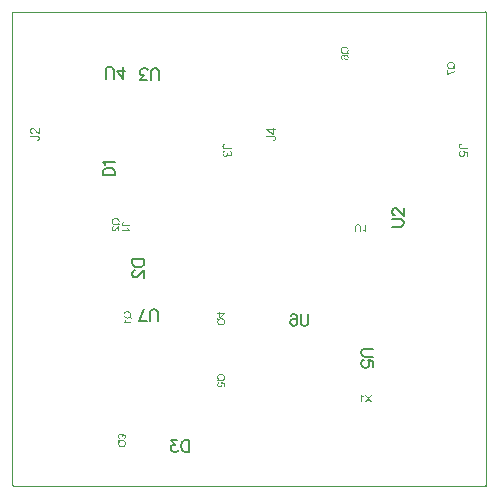
<source format=gm1>
%FSLAX24Y24*%
%MOIN*%
G70*
G01*
G75*
G04 Layer_Color=16776960*
%ADD10C,0.0098*%
%ADD11R,0.0299X0.0945*%
%ADD12R,0.0315X0.0354*%
%ADD13R,0.0354X0.0315*%
%ADD14R,0.0276X0.0394*%
%ADD15R,0.0236X0.0886*%
%ADD16R,0.0591X0.0295*%
%ADD17R,0.0295X0.0591*%
%ADD18R,0.0354X0.0315*%
%ADD19R,0.0492X0.0433*%
%ADD20R,0.0906X0.0906*%
%ADD21R,0.0197X0.0236*%
%ADD22R,0.0236X0.0197*%
%ADD23R,0.0394X0.0276*%
%ADD24R,0.0315X0.0630*%
%ADD25R,0.0846X0.0335*%
%ADD26C,0.0335*%
%ADD27R,0.0335X0.0846*%
%ADD28R,0.0886X0.0236*%
%ADD29C,0.0276*%
%ADD30C,0.0118*%
%ADD31C,0.0138*%
%ADD32C,0.0079*%
%ADD33C,0.0197*%
%ADD34O,0.0472X0.0394*%
%ADD35R,0.0472X0.0394*%
%ADD36O,0.0669X0.1181*%
%ADD37C,0.0380*%
%ADD38R,0.0630X0.0315*%
%ADD39R,0.0906X0.0236*%
%ADD40R,0.0630X0.1063*%
%ADD41R,0.0358X0.0480*%
%ADD42R,0.0480X0.0358*%
%ADD43R,0.0118X0.0295*%
%ADD44R,0.2165X0.0827*%
%ADD45C,0.0100*%
%ADD46C,0.0236*%
%ADD47C,0.0394*%
%ADD48C,0.0039*%
%ADD49C,0.0061*%
%ADD50R,0.0246X0.0433*%
%ADD51R,0.0433X0.0246*%
%ADD52R,0.0379X0.1025*%
%ADD53R,0.0395X0.0434*%
%ADD54R,0.0434X0.0395*%
%ADD55R,0.0356X0.0474*%
%ADD56R,0.0316X0.0966*%
%ADD57R,0.0671X0.0375*%
%ADD58R,0.0375X0.0671*%
%ADD59R,0.0434X0.0395*%
%ADD60R,0.0572X0.0513*%
%ADD61R,0.0986X0.0986*%
%ADD62R,0.0277X0.0316*%
%ADD63R,0.0316X0.0277*%
%ADD64R,0.0474X0.0356*%
%ADD65R,0.0395X0.0710*%
%ADD66R,0.0926X0.0415*%
%ADD67C,0.0415*%
%ADD68R,0.0415X0.0926*%
%ADD69R,0.0966X0.0316*%
%ADD70C,0.0827*%
%ADD71O,0.0552X0.0474*%
%ADD72R,0.0552X0.0474*%
%ADD73O,0.0749X0.1261*%
%ADD74R,0.0710X0.0395*%
%ADD75R,0.0986X0.0316*%
%ADD76R,0.0710X0.1143*%
%ADD77R,0.0438X0.0560*%
%ADD78R,0.0560X0.0438*%
%ADD79R,0.0150X0.0327*%
%ADD80R,0.2245X0.0907*%
%ADD81C,0.0150*%
%ADD82C,0.0050*%
G36*
X6900Y5719D02*
X7063D01*
Y5693D01*
X6900Y5578D01*
X6871D01*
Y5687D01*
X6811D01*
Y5719D01*
X6871D01*
Y5753D01*
X6900D01*
Y5719D01*
D02*
G37*
G36*
X11871Y2886D02*
X11968Y2756D01*
X11929D01*
X11865Y2843D01*
X11863Y2845D01*
X11861Y2848D01*
X11857Y2854D01*
X11855Y2857D01*
X11854Y2859D01*
X11853Y2861D01*
X11853Y2861D01*
X11849Y2855D01*
X11846Y2851D01*
X11844Y2848D01*
X11843Y2847D01*
X11843Y2846D01*
X11842Y2846D01*
X11778Y2756D01*
X11737D01*
X11832Y2888D01*
X11744Y3008D01*
X11781D01*
X11831Y2941D01*
X11836Y2935D01*
X11839Y2930D01*
X11843Y2925D01*
X11846Y2921D01*
X11848Y2918D01*
X11850Y2915D01*
X11851Y2913D01*
X11851Y2913D01*
X11854Y2917D01*
X11857Y2922D01*
X11860Y2927D01*
X11864Y2932D01*
X11866Y2936D01*
X11869Y2940D01*
X11871Y2943D01*
X11871Y2943D01*
Y2943D01*
X11917Y3008D01*
X11957D01*
X11871Y2886D01*
D02*
G37*
G36*
X6818Y5553D02*
X6821Y5545D01*
X6825Y5538D01*
X6829Y5532D01*
X6833Y5526D01*
X6834Y5523D01*
X6835Y5521D01*
X6836Y5520D01*
X6837Y5518D01*
X6838Y5518D01*
Y5517D01*
X6845Y5524D01*
X6852Y5530D01*
X6860Y5535D01*
X6866Y5539D01*
X6872Y5542D01*
X6875Y5543D01*
X6877Y5544D01*
X6879Y5545D01*
X6880Y5546D01*
X6881Y5546D01*
X6881D01*
X6891Y5549D01*
X6900Y5551D01*
X6910Y5553D01*
X6918Y5555D01*
X6922Y5555D01*
X6926Y5555D01*
X6929D01*
X6932Y5556D01*
X6937D01*
X6951Y5555D01*
X6963Y5553D01*
X6975Y5551D01*
X6980Y5550D01*
X6985Y5548D01*
X6989Y5547D01*
X6993Y5545D01*
X6996Y5544D01*
X6999Y5543D01*
X7001Y5542D01*
X7003Y5542D01*
X7004Y5541D01*
X7004D01*
X7015Y5535D01*
X7024Y5528D01*
X7032Y5521D01*
X7039Y5514D01*
X7044Y5508D01*
X7046Y5505D01*
X7048Y5503D01*
X7049Y5501D01*
X7050Y5499D01*
X7051Y5499D01*
Y5498D01*
X7054Y5493D01*
X7056Y5487D01*
X7060Y5477D01*
X7063Y5466D01*
X7066Y5456D01*
X7066Y5452D01*
X7067Y5448D01*
X7067Y5444D01*
Y5441D01*
X7068Y5439D01*
Y5437D01*
Y5436D01*
Y5435D01*
X7067Y5423D01*
X7065Y5411D01*
X7063Y5401D01*
X7061Y5396D01*
X7059Y5391D01*
X7058Y5387D01*
X7056Y5384D01*
X7055Y5381D01*
X7054Y5378D01*
X7053Y5376D01*
X7052Y5374D01*
X7052Y5373D01*
X7051Y5373D01*
X7045Y5363D01*
X7037Y5355D01*
X7030Y5347D01*
X7022Y5341D01*
X7015Y5336D01*
X7012Y5334D01*
X7010Y5333D01*
X7008Y5331D01*
X7006Y5331D01*
X7005Y5330D01*
X7005D01*
X6993Y5325D01*
X6981Y5321D01*
X6970Y5319D01*
X6959Y5317D01*
X6955Y5316D01*
X6950Y5316D01*
X6947Y5315D01*
X6943D01*
X6941Y5315D01*
X6937D01*
X6923Y5316D01*
X6910Y5317D01*
X6899Y5320D01*
X6894Y5321D01*
X6889Y5323D01*
X6885Y5324D01*
X6881Y5325D01*
X6877Y5326D01*
X6875Y5328D01*
X6872Y5328D01*
X6871Y5329D01*
X6870Y5330D01*
X6869D01*
X6859Y5336D01*
X6849Y5343D01*
X6841Y5350D01*
X6835Y5357D01*
X6830Y5363D01*
X6828Y5366D01*
X6826Y5368D01*
X6825Y5370D01*
X6824Y5371D01*
X6823Y5372D01*
X6823Y5373D01*
X6818Y5383D01*
X6814Y5394D01*
X6811Y5404D01*
X6809Y5414D01*
X6808Y5418D01*
X6808Y5422D01*
X6807Y5426D01*
Y5429D01*
X6807Y5431D01*
Y5433D01*
Y5434D01*
Y5434D01*
X6808Y5447D01*
X6809Y5458D01*
X6812Y5469D01*
X6813Y5474D01*
X6814Y5478D01*
X6816Y5482D01*
X6817Y5485D01*
X6819Y5489D01*
X6820Y5491D01*
X6821Y5494D01*
X6821Y5495D01*
X6822Y5496D01*
Y5496D01*
X6815Y5506D01*
X6809Y5516D01*
X6803Y5525D01*
X6799Y5533D01*
X6798Y5537D01*
X6796Y5540D01*
X6795Y5543D01*
X6794Y5546D01*
X6793Y5548D01*
X6792Y5549D01*
X6792Y5550D01*
Y5550D01*
X6814Y5561D01*
X6818Y5553D01*
D02*
G37*
G36*
X11075Y14334D02*
X11086Y14333D01*
X11096Y14332D01*
X11105Y14331D01*
X11114Y14329D01*
X11122Y14327D01*
X11128Y14324D01*
X11135Y14322D01*
X11140Y14320D01*
X11145Y14318D01*
X11148Y14316D01*
X11152Y14314D01*
X11154Y14313D01*
X11155Y14311D01*
X11157Y14311D01*
X11157Y14310D01*
X11162Y14306D01*
X11166Y14301D01*
X11170Y14295D01*
X11173Y14290D01*
X11176Y14285D01*
X11178Y14280D01*
X11180Y14274D01*
X11182Y14269D01*
X11183Y14265D01*
X11184Y14260D01*
X11185Y14256D01*
X11185Y14253D01*
Y14251D01*
X11185Y14248D01*
Y14247D01*
Y14247D01*
X11185Y14239D01*
X11184Y14231D01*
X11182Y14224D01*
X11180Y14218D01*
X11178Y14213D01*
X11176Y14210D01*
X11175Y14207D01*
X11175Y14207D01*
X11170Y14200D01*
X11165Y14195D01*
X11160Y14190D01*
X11155Y14185D01*
X11150Y14182D01*
X11147Y14180D01*
X11145Y14179D01*
X11144Y14179D01*
X11144Y14178D01*
X11143D01*
X11136Y14175D01*
X11128Y14172D01*
X11120Y14170D01*
X11114Y14169D01*
X11108Y14168D01*
X11105D01*
X11103Y14168D01*
X11099D01*
X11093Y14168D01*
X11086Y14169D01*
X11080Y14170D01*
X11075Y14171D01*
X11070Y14173D01*
X11065Y14175D01*
X11061Y14177D01*
X11056Y14179D01*
X11053Y14181D01*
X11050Y14183D01*
X11047Y14185D01*
X11045Y14186D01*
X11043Y14188D01*
X11042Y14189D01*
X11041Y14189D01*
X11041Y14190D01*
X11036Y14194D01*
X11033Y14198D01*
X11030Y14203D01*
X11027Y14207D01*
X11025Y14212D01*
X11023Y14216D01*
X11020Y14224D01*
X11019Y14232D01*
X11018Y14235D01*
X11018Y14237D01*
X11018Y14240D01*
Y14241D01*
Y14242D01*
Y14243D01*
X11018Y14249D01*
X11019Y14255D01*
X11020Y14261D01*
X11022Y14266D01*
X11023Y14270D01*
X11025Y14274D01*
X11026Y14276D01*
X11026Y14276D01*
X11029Y14282D01*
X11033Y14288D01*
X11037Y14292D01*
X11042Y14296D01*
X11046Y14299D01*
X11049Y14302D01*
X11051Y14303D01*
X11051Y14304D01*
X11044D01*
X11038Y14303D01*
X11032Y14303D01*
X11026Y14303D01*
X11021Y14302D01*
X11016Y14301D01*
X11012Y14300D01*
X11008Y14299D01*
X11004Y14299D01*
X11001Y14298D01*
X10999Y14297D01*
X10997Y14296D01*
X10995Y14296D01*
X10994Y14296D01*
X10993Y14295D01*
X10993D01*
X10986Y14292D01*
X10979Y14288D01*
X10974Y14284D01*
X10970Y14280D01*
X10966Y14277D01*
X10963Y14275D01*
X10962Y14273D01*
X10961Y14272D01*
X10959Y14268D01*
X10956Y14263D01*
X10955Y14259D01*
X10954Y14255D01*
X10953Y14251D01*
X10953Y14248D01*
Y14246D01*
Y14246D01*
X10953Y14239D01*
X10955Y14233D01*
X10957Y14228D01*
X10960Y14223D01*
X10962Y14220D01*
X10964Y14217D01*
X10966Y14215D01*
X10966Y14215D01*
X10970Y14212D01*
X10974Y14210D01*
X10983Y14206D01*
X10986Y14205D01*
X10989Y14203D01*
X10992Y14203D01*
X10993D01*
X10990Y14172D01*
X10980Y14174D01*
X10971Y14177D01*
X10963Y14181D01*
X10956Y14185D01*
X10951Y14189D01*
X10948Y14192D01*
X10945Y14194D01*
X10945Y14195D01*
Y14195D01*
X10941Y14199D01*
X10939Y14203D01*
X10935Y14211D01*
X10932Y14219D01*
X10930Y14227D01*
X10928Y14233D01*
X10928Y14237D01*
Y14239D01*
X10928Y14241D01*
Y14243D01*
Y14243D01*
Y14244D01*
X10928Y14251D01*
X10929Y14258D01*
X10930Y14265D01*
X10932Y14271D01*
X10935Y14276D01*
X10937Y14281D01*
X10940Y14286D01*
X10942Y14291D01*
X10945Y14294D01*
X10948Y14298D01*
X10950Y14301D01*
X10952Y14303D01*
X10954Y14305D01*
X10956Y14306D01*
X10956Y14307D01*
X10957Y14308D01*
X10963Y14312D01*
X10971Y14316D01*
X10979Y14320D01*
X10988Y14323D01*
X10996Y14326D01*
X11005Y14328D01*
X11014Y14330D01*
X11023Y14331D01*
X11031Y14332D01*
X11038Y14333D01*
X11045Y14334D01*
X11051Y14334D01*
X11056Y14334D01*
X11063D01*
X11075Y14334D01*
D02*
G37*
G36*
X6879Y3395D02*
X6878D01*
X6877Y3394D01*
X6876Y3394D01*
X6871Y3393D01*
X6866Y3391D01*
X6860Y3389D01*
X6854Y3386D01*
X6849Y3383D01*
X6844Y3378D01*
X6843Y3377D01*
X6842Y3376D01*
X6840Y3373D01*
X6838Y3369D01*
X6836Y3365D01*
X6834Y3359D01*
X6833Y3353D01*
X6832Y3347D01*
Y3346D01*
Y3346D01*
Y3344D01*
X6833Y3343D01*
X6833Y3339D01*
X6834Y3333D01*
X6836Y3328D01*
X6839Y3321D01*
X6843Y3315D01*
X6846Y3312D01*
X6849Y3309D01*
X6849D01*
X6849Y3308D01*
X6852Y3306D01*
X6856Y3304D01*
X6861Y3301D01*
X6867Y3298D01*
X6875Y3296D01*
X6884Y3294D01*
X6894Y3293D01*
X6896D01*
X6898Y3294D01*
X6900D01*
X6903Y3294D01*
X6909Y3295D01*
X6915Y3297D01*
X6922Y3300D01*
X6929Y3303D01*
X6935Y3308D01*
X6936Y3309D01*
X6938Y3311D01*
X6940Y3314D01*
X6943Y3319D01*
X6946Y3324D01*
X6949Y3331D01*
X6950Y3339D01*
X6951Y3347D01*
Y3348D01*
Y3350D01*
X6950Y3352D01*
X6950Y3356D01*
X6949Y3361D01*
X6948Y3365D01*
X6946Y3370D01*
X6944Y3374D01*
X6943Y3375D01*
X6942Y3376D01*
X6941Y3379D01*
X6939Y3381D01*
X6936Y3384D01*
X6933Y3387D01*
X6930Y3390D01*
X6926Y3393D01*
X6930Y3422D01*
X7059Y3397D01*
Y3272D01*
X7030D01*
Y3373D01*
X6962Y3387D01*
X6962Y3386D01*
X6963Y3386D01*
X6963Y3384D01*
X6965Y3383D01*
X6966Y3381D01*
X6967Y3378D01*
X6970Y3372D01*
X6973Y3365D01*
X6975Y3357D01*
X6977Y3348D01*
X6978Y3339D01*
Y3339D01*
Y3338D01*
Y3336D01*
X6978Y3334D01*
X6977Y3331D01*
X6977Y3328D01*
X6976Y3324D01*
X6975Y3320D01*
X6972Y3311D01*
X6971Y3306D01*
X6968Y3302D01*
X6966Y3297D01*
X6963Y3292D01*
X6959Y3288D01*
X6955Y3283D01*
X6955Y3283D01*
X6954Y3282D01*
X6953Y3281D01*
X6951Y3280D01*
X6949Y3278D01*
X6946Y3276D01*
X6943Y3274D01*
X6939Y3272D01*
X6935Y3270D01*
X6931Y3268D01*
X6926Y3266D01*
X6921Y3264D01*
X6915Y3263D01*
X6909Y3261D01*
X6903Y3261D01*
X6896Y3260D01*
X6893D01*
X6891Y3261D01*
X6887Y3261D01*
X6884Y3261D01*
X6880Y3262D01*
X6876Y3263D01*
X6867Y3265D01*
X6857Y3269D01*
X6852Y3271D01*
X6847Y3274D01*
X6842Y3277D01*
X6837Y3280D01*
X6837Y3281D01*
X6836Y3281D01*
X6834Y3283D01*
X6833Y3285D01*
X6830Y3287D01*
X6828Y3290D01*
X6825Y3294D01*
X6822Y3298D01*
X6819Y3302D01*
X6816Y3307D01*
X6814Y3313D01*
X6811Y3319D01*
X6809Y3325D01*
X6808Y3332D01*
X6807Y3339D01*
X6807Y3347D01*
Y3347D01*
Y3348D01*
Y3350D01*
X6807Y3352D01*
X6808Y3355D01*
X6808Y3359D01*
X6808Y3362D01*
X6809Y3367D01*
X6811Y3376D01*
X6815Y3385D01*
X6817Y3389D01*
X6820Y3394D01*
X6823Y3399D01*
X6826Y3403D01*
X6826Y3403D01*
X6827Y3404D01*
X6828Y3405D01*
X6829Y3406D01*
X6831Y3408D01*
X6834Y3410D01*
X6836Y3412D01*
X6839Y3414D01*
X6847Y3418D01*
X6856Y3422D01*
X6866Y3425D01*
X6871Y3427D01*
X6877Y3427D01*
X6879Y3395D01*
D02*
G37*
G36*
X11069Y14606D02*
X11082Y14604D01*
X11093Y14602D01*
X11098Y14600D01*
X11103Y14599D01*
X11107Y14597D01*
X11111Y14596D01*
X11115Y14595D01*
X11117Y14594D01*
X11120Y14593D01*
X11121Y14592D01*
X11122Y14591D01*
X11123D01*
X11133Y14585D01*
X11143Y14578D01*
X11151Y14571D01*
X11157Y14564D01*
X11162Y14558D01*
X11165Y14556D01*
X11166Y14553D01*
X11167Y14551D01*
X11168Y14550D01*
X11169Y14549D01*
X11169Y14549D01*
X11175Y14538D01*
X11178Y14527D01*
X11181Y14517D01*
X11183Y14507D01*
X11184Y14503D01*
X11185Y14499D01*
X11185Y14496D01*
Y14493D01*
X11185Y14490D01*
Y14488D01*
Y14487D01*
Y14487D01*
X11185Y14475D01*
X11183Y14463D01*
X11180Y14452D01*
X11179Y14448D01*
X11178Y14443D01*
X11176Y14439D01*
X11175Y14436D01*
X11173Y14433D01*
X11172Y14430D01*
X11171Y14428D01*
X11171Y14426D01*
X11170Y14425D01*
Y14425D01*
X11177Y14415D01*
X11183Y14405D01*
X11189Y14396D01*
X11193Y14388D01*
X11195Y14384D01*
X11196Y14381D01*
X11198Y14378D01*
X11198Y14376D01*
X11199Y14374D01*
X11200Y14372D01*
X11200Y14371D01*
Y14371D01*
X11178Y14361D01*
X11175Y14368D01*
X11171Y14376D01*
X11167Y14383D01*
X11163Y14390D01*
X11160Y14395D01*
X11158Y14398D01*
X11157Y14400D01*
X11156Y14402D01*
X11155Y14403D01*
X11154Y14404D01*
Y14404D01*
X11147Y14397D01*
X11140Y14391D01*
X11132Y14386D01*
X11126Y14382D01*
X11120Y14379D01*
X11117Y14378D01*
X11115Y14377D01*
X11114Y14376D01*
X11112Y14376D01*
X11112Y14375D01*
X11111D01*
X11102Y14372D01*
X11092Y14370D01*
X11082Y14368D01*
X11074Y14367D01*
X11070Y14366D01*
X11066Y14366D01*
X11063D01*
X11061Y14366D01*
X11055D01*
X11041Y14366D01*
X11029Y14368D01*
X11018Y14370D01*
X11012Y14372D01*
X11008Y14373D01*
X11003Y14374D01*
X10999Y14376D01*
X10996Y14377D01*
X10993Y14378D01*
X10991Y14379D01*
X10989Y14380D01*
X10988Y14381D01*
X10988D01*
X10977Y14387D01*
X10968Y14393D01*
X10960Y14400D01*
X10953Y14407D01*
X10948Y14414D01*
X10946Y14416D01*
X10945Y14419D01*
X10943Y14420D01*
X10942Y14422D01*
X10941Y14423D01*
Y14423D01*
X10938Y14429D01*
X10936Y14434D01*
X10932Y14445D01*
X10929Y14455D01*
X10927Y14465D01*
X10926Y14470D01*
X10925Y14473D01*
X10925Y14477D01*
Y14480D01*
X10925Y14483D01*
Y14485D01*
Y14486D01*
Y14486D01*
X10925Y14498D01*
X10927Y14510D01*
X10930Y14521D01*
X10931Y14526D01*
X10933Y14530D01*
X10934Y14534D01*
X10936Y14538D01*
X10937Y14541D01*
X10938Y14543D01*
X10939Y14546D01*
X10940Y14547D01*
X10940Y14548D01*
X10941Y14548D01*
X10947Y14558D01*
X10955Y14567D01*
X10963Y14574D01*
X10970Y14580D01*
X10977Y14585D01*
X10980Y14587D01*
X10983Y14589D01*
X10984Y14590D01*
X10986Y14591D01*
X10987Y14591D01*
X10988D01*
X10999Y14596D01*
X11011Y14600D01*
X11022Y14602D01*
X11033Y14604D01*
X11037Y14605D01*
X11042Y14606D01*
X11046Y14606D01*
X11049D01*
X11051Y14606D01*
X11055D01*
X11069Y14606D01*
D02*
G37*
G36*
X6943Y3700D02*
X6947D01*
X6950Y3700D01*
X6955Y3700D01*
X6959Y3699D01*
X6970Y3697D01*
X6981Y3695D01*
X6993Y3691D01*
X7005Y3686D01*
X7005D01*
X7006Y3685D01*
X7008Y3684D01*
X7010Y3683D01*
X7012Y3682D01*
X7015Y3680D01*
X7022Y3675D01*
X7030Y3669D01*
X7037Y3661D01*
X7045Y3653D01*
X7051Y3643D01*
X7052Y3642D01*
X7052Y3642D01*
X7053Y3640D01*
X7054Y3638D01*
X7055Y3635D01*
X7056Y3632D01*
X7058Y3629D01*
X7059Y3624D01*
X7061Y3620D01*
X7063Y3615D01*
X7065Y3605D01*
X7067Y3593D01*
X7068Y3581D01*
Y3580D01*
Y3579D01*
Y3577D01*
X7067Y3575D01*
Y3572D01*
X7067Y3568D01*
X7066Y3564D01*
X7066Y3559D01*
X7063Y3550D01*
X7060Y3539D01*
X7056Y3528D01*
X7054Y3523D01*
X7051Y3518D01*
Y3517D01*
X7050Y3516D01*
X7049Y3515D01*
X7048Y3513D01*
X7046Y3511D01*
X7044Y3508D01*
X7039Y3502D01*
X7032Y3495D01*
X7024Y3488D01*
X7015Y3481D01*
X7004Y3475D01*
X7004D01*
X7003Y3474D01*
X7001Y3473D01*
X6999Y3473D01*
X6996Y3472D01*
X6993Y3470D01*
X6989Y3469D01*
X6985Y3467D01*
X6980Y3466D01*
X6975Y3465D01*
X6963Y3462D01*
X6951Y3461D01*
X6937Y3460D01*
X6932D01*
X6929Y3460D01*
X6926D01*
X6922Y3461D01*
X6918Y3461D01*
X6910Y3462D01*
X6900Y3464D01*
X6891Y3467D01*
X6881Y3470D01*
X6881D01*
X6880Y3470D01*
X6879Y3471D01*
X6877Y3472D01*
X6875Y3472D01*
X6872Y3474D01*
X6866Y3477D01*
X6860Y3481D01*
X6852Y3486D01*
X6845Y3492D01*
X6838Y3498D01*
Y3498D01*
X6837Y3497D01*
X6836Y3496D01*
X6835Y3495D01*
X6834Y3492D01*
X6833Y3490D01*
X6829Y3484D01*
X6825Y3478D01*
X6821Y3470D01*
X6818Y3463D01*
X6814Y3455D01*
X6792Y3465D01*
Y3466D01*
X6792Y3467D01*
X6793Y3468D01*
X6794Y3470D01*
X6795Y3472D01*
X6796Y3475D01*
X6798Y3478D01*
X6799Y3482D01*
X6803Y3490D01*
X6809Y3500D01*
X6815Y3510D01*
X6822Y3520D01*
Y3520D01*
X6821Y3521D01*
X6821Y3522D01*
X6820Y3525D01*
X6819Y3527D01*
X6817Y3530D01*
X6816Y3534D01*
X6814Y3538D01*
X6813Y3542D01*
X6812Y3547D01*
X6809Y3558D01*
X6808Y3569D01*
X6807Y3581D01*
Y3582D01*
Y3583D01*
Y3585D01*
X6807Y3587D01*
Y3590D01*
X6808Y3594D01*
X6808Y3597D01*
X6809Y3602D01*
X6811Y3611D01*
X6814Y3622D01*
X6818Y3632D01*
X6823Y3643D01*
X6823Y3644D01*
X6824Y3644D01*
X6825Y3646D01*
X6826Y3648D01*
X6828Y3650D01*
X6830Y3653D01*
X6835Y3659D01*
X6841Y3666D01*
X6849Y3673D01*
X6859Y3680D01*
X6869Y3686D01*
X6870D01*
X6871Y3687D01*
X6872Y3687D01*
X6875Y3688D01*
X6877Y3689D01*
X6881Y3690D01*
X6885Y3692D01*
X6889Y3693D01*
X6894Y3695D01*
X6899Y3696D01*
X6910Y3698D01*
X6923Y3700D01*
X6937Y3701D01*
X6941D01*
X6943Y3700D01*
D02*
G37*
G36*
X3431Y8897D02*
X3444Y8895D01*
X3455Y8893D01*
X3460Y8891D01*
X3465Y8890D01*
X3470Y8889D01*
X3473Y8887D01*
X3477Y8886D01*
X3480Y8885D01*
X3482Y8884D01*
X3483Y8883D01*
X3485Y8883D01*
X3485D01*
X3496Y8877D01*
X3505Y8870D01*
X3513Y8863D01*
X3519Y8856D01*
X3524Y8850D01*
X3527Y8847D01*
X3528Y8845D01*
X3529Y8843D01*
X3531Y8841D01*
X3531Y8840D01*
X3531Y8840D01*
X3537Y8829D01*
X3541Y8819D01*
X3544Y8808D01*
X3546Y8799D01*
X3546Y8794D01*
X3547Y8791D01*
X3547Y8787D01*
Y8784D01*
X3548Y8782D01*
Y8780D01*
Y8779D01*
Y8778D01*
X3547Y8766D01*
X3545Y8754D01*
X3543Y8744D01*
X3541Y8739D01*
X3540Y8734D01*
X3538Y8731D01*
X3537Y8727D01*
X3536Y8724D01*
X3534Y8721D01*
X3534Y8719D01*
X3533Y8718D01*
X3532Y8717D01*
Y8716D01*
X3539Y8706D01*
X3546Y8696D01*
X3551Y8687D01*
X3555Y8679D01*
X3557Y8675D01*
X3558Y8672D01*
X3560Y8669D01*
X3561Y8667D01*
X3561Y8665D01*
X3562Y8663D01*
X3563Y8663D01*
Y8662D01*
X3540Y8652D01*
X3537Y8660D01*
X3533Y8667D01*
X3529Y8675D01*
X3525Y8681D01*
X3522Y8687D01*
X3520Y8689D01*
X3519Y8691D01*
X3518Y8693D01*
X3517Y8694D01*
X3516Y8695D01*
Y8695D01*
X3509Y8688D01*
X3502Y8683D01*
X3495Y8678D01*
X3488Y8674D01*
X3482Y8671D01*
X3480Y8669D01*
X3478Y8668D01*
X3476Y8668D01*
X3475Y8667D01*
X3474Y8666D01*
X3473D01*
X3464Y8663D01*
X3454Y8661D01*
X3445Y8659D01*
X3436Y8658D01*
X3432Y8658D01*
X3428Y8657D01*
X3425D01*
X3423Y8657D01*
X3417D01*
X3404Y8658D01*
X3391Y8659D01*
X3380Y8661D01*
X3374Y8663D01*
X3370Y8664D01*
X3365Y8666D01*
X3361Y8667D01*
X3358Y8668D01*
X3356Y8670D01*
X3353Y8670D01*
X3351Y8671D01*
X3351Y8672D01*
X3350D01*
X3339Y8678D01*
X3330Y8685D01*
X3322Y8692D01*
X3316Y8699D01*
X3311Y8705D01*
X3308Y8708D01*
X3307Y8710D01*
X3305Y8712D01*
X3304Y8713D01*
X3304Y8714D01*
Y8714D01*
X3301Y8720D01*
X3298Y8725D01*
X3294Y8736D01*
X3291Y8747D01*
X3289Y8756D01*
X3288Y8761D01*
X3288Y8765D01*
X3287Y8769D01*
Y8772D01*
X3287Y8774D01*
Y8776D01*
Y8777D01*
Y8777D01*
X3288Y8790D01*
X3289Y8802D01*
X3292Y8812D01*
X3293Y8817D01*
X3295Y8821D01*
X3296Y8825D01*
X3298Y8829D01*
X3299Y8832D01*
X3300Y8835D01*
X3301Y8837D01*
X3302Y8838D01*
X3303Y8839D01*
X3303Y8840D01*
X3309Y8850D01*
X3317Y8858D01*
X3325Y8865D01*
X3332Y8872D01*
X3339Y8877D01*
X3342Y8878D01*
X3345Y8880D01*
X3347Y8881D01*
X3348Y8882D01*
X3349Y8883D01*
X3350D01*
X3361Y8888D01*
X3373Y8891D01*
X3384Y8894D01*
X3395Y8896D01*
X3400Y8896D01*
X3404Y8897D01*
X3408Y8897D01*
X3411D01*
X3414Y8898D01*
X3417D01*
X3431Y8897D01*
D02*
G37*
G36*
X3543Y8461D02*
X3514D01*
Y8585D01*
X3508Y8581D01*
X3503Y8577D01*
X3500Y8575D01*
X3499Y8574D01*
X3498Y8573D01*
X3497Y8572D01*
X3495Y8570D01*
X3493Y8569D01*
X3489Y8564D01*
X3483Y8557D01*
X3478Y8552D01*
X3473Y8546D01*
X3469Y8541D01*
X3468Y8539D01*
X3467Y8538D01*
X3466Y8537D01*
X3465Y8537D01*
X3460Y8531D01*
X3455Y8525D01*
X3451Y8520D01*
X3447Y8515D01*
X3442Y8511D01*
X3439Y8507D01*
X3435Y8503D01*
X3432Y8500D01*
X3430Y8498D01*
X3427Y8495D01*
X3424Y8492D01*
X3422Y8490D01*
X3421Y8489D01*
X3415Y8484D01*
X3409Y8479D01*
X3404Y8476D01*
X3399Y8473D01*
X3395Y8471D01*
X3393Y8469D01*
X3391Y8469D01*
X3390Y8468D01*
X3385Y8466D01*
X3379Y8464D01*
X3374Y8463D01*
X3370Y8463D01*
X3366Y8462D01*
X3363Y8462D01*
X3360D01*
X3355Y8462D01*
X3349Y8463D01*
X3340Y8465D01*
X3331Y8469D01*
X3324Y8473D01*
X3318Y8476D01*
X3316Y8478D01*
X3314Y8480D01*
X3312Y8481D01*
X3311Y8483D01*
X3311Y8483D01*
X3310Y8483D01*
X3307Y8488D01*
X3303Y8492D01*
X3301Y8496D01*
X3298Y8501D01*
X3295Y8511D01*
X3293Y8520D01*
X3291Y8524D01*
X3291Y8528D01*
X3291Y8532D01*
X3290Y8535D01*
X3290Y8537D01*
Y8539D01*
Y8541D01*
Y8541D01*
X3290Y8547D01*
X3291Y8554D01*
X3293Y8565D01*
X3294Y8570D01*
X3296Y8575D01*
X3298Y8579D01*
X3299Y8583D01*
X3301Y8587D01*
X3303Y8590D01*
X3304Y8592D01*
X3306Y8595D01*
X3307Y8596D01*
X3308Y8597D01*
X3308Y8598D01*
X3309Y8598D01*
X3313Y8602D01*
X3316Y8605D01*
X3325Y8611D01*
X3334Y8615D01*
X3343Y8618D01*
X3351Y8621D01*
X3354Y8621D01*
X3357Y8622D01*
X3359Y8622D01*
X3361Y8623D01*
X3363D01*
X3366Y8591D01*
X3358Y8590D01*
X3351Y8589D01*
X3344Y8587D01*
X3339Y8584D01*
X3335Y8582D01*
X3332Y8579D01*
X3330Y8578D01*
X3329Y8577D01*
X3325Y8572D01*
X3321Y8566D01*
X3319Y8560D01*
X3317Y8554D01*
X3316Y8549D01*
X3316Y8546D01*
X3316Y8544D01*
Y8543D01*
Y8542D01*
Y8542D01*
X3316Y8534D01*
X3318Y8527D01*
X3319Y8521D01*
X3322Y8516D01*
X3324Y8512D01*
X3326Y8509D01*
X3328Y8508D01*
X3328Y8507D01*
X3333Y8503D01*
X3339Y8499D01*
X3344Y8497D01*
X3349Y8495D01*
X3353Y8494D01*
X3356Y8494D01*
X3359Y8494D01*
X3359D01*
X3366Y8494D01*
X3373Y8496D01*
X3379Y8498D01*
X3385Y8501D01*
X3390Y8504D01*
X3394Y8506D01*
X3395Y8507D01*
X3396Y8507D01*
X3397Y8508D01*
X3397D01*
X3401Y8511D01*
X3405Y8515D01*
X3409Y8519D01*
X3414Y8523D01*
X3422Y8532D01*
X3431Y8542D01*
X3438Y8550D01*
X3442Y8554D01*
X3445Y8557D01*
X3447Y8560D01*
X3449Y8562D01*
X3450Y8564D01*
X3450Y8564D01*
X3458Y8573D01*
X3466Y8582D01*
X3472Y8589D01*
X3478Y8594D01*
X3482Y8599D01*
X3486Y8602D01*
X3488Y8604D01*
X3488Y8605D01*
X3489D01*
X3495Y8610D01*
X3501Y8613D01*
X3506Y8617D01*
X3511Y8620D01*
X3516Y8622D01*
X3519Y8624D01*
X3521Y8625D01*
X3522Y8625D01*
X3522D01*
X3526Y8626D01*
X3530Y8627D01*
X3533Y8628D01*
X3536Y8628D01*
X3539Y8628D01*
X3543D01*
Y8461D01*
D02*
G37*
G36*
X3825Y5787D02*
X3838Y5785D01*
X3849Y5783D01*
X3854Y5781D01*
X3859Y5780D01*
X3863Y5779D01*
X3867Y5777D01*
X3871Y5776D01*
X3873Y5775D01*
X3876Y5774D01*
X3877Y5773D01*
X3878Y5772D01*
X3879D01*
X3889Y5766D01*
X3899Y5759D01*
X3907Y5752D01*
X3913Y5746D01*
X3918Y5739D01*
X3920Y5737D01*
X3922Y5734D01*
X3923Y5732D01*
X3924Y5731D01*
X3925Y5730D01*
X3925Y5730D01*
X3930Y5719D01*
X3934Y5708D01*
X3937Y5698D01*
X3939Y5688D01*
X3940Y5684D01*
X3940Y5680D01*
X3941Y5677D01*
Y5674D01*
X3941Y5671D01*
Y5670D01*
Y5668D01*
Y5668D01*
X3940Y5656D01*
X3939Y5644D01*
X3936Y5633D01*
X3935Y5629D01*
X3934Y5624D01*
X3932Y5620D01*
X3931Y5617D01*
X3929Y5614D01*
X3928Y5611D01*
X3927Y5609D01*
X3927Y5607D01*
X3926Y5607D01*
Y5606D01*
X3933Y5596D01*
X3939Y5586D01*
X3945Y5577D01*
X3949Y5569D01*
X3950Y5565D01*
X3952Y5562D01*
X3954Y5559D01*
X3954Y5557D01*
X3955Y5555D01*
X3956Y5553D01*
X3956Y5552D01*
Y5552D01*
X3934Y5542D01*
X3930Y5549D01*
X3927Y5557D01*
X3923Y5564D01*
X3919Y5571D01*
X3916Y5577D01*
X3914Y5579D01*
X3913Y5581D01*
X3912Y5583D01*
X3911Y5584D01*
X3910Y5585D01*
Y5585D01*
X3903Y5578D01*
X3896Y5572D01*
X3888Y5567D01*
X3882Y5564D01*
X3876Y5560D01*
X3873Y5559D01*
X3871Y5558D01*
X3869Y5557D01*
X3868Y5557D01*
X3868Y5556D01*
X3867D01*
X3858Y5553D01*
X3848Y5551D01*
X3838Y5549D01*
X3830Y5548D01*
X3826Y5547D01*
X3822Y5547D01*
X3819D01*
X3816Y5547D01*
X3811D01*
X3797Y5547D01*
X3785Y5549D01*
X3773Y5551D01*
X3768Y5553D01*
X3763Y5554D01*
X3759Y5555D01*
X3755Y5557D01*
X3752Y5558D01*
X3749Y5559D01*
X3747Y5560D01*
X3745Y5561D01*
X3744Y5562D01*
X3744D01*
X3733Y5568D01*
X3724Y5574D01*
X3716Y5582D01*
X3709Y5588D01*
X3704Y5595D01*
X3702Y5597D01*
X3700Y5600D01*
X3699Y5602D01*
X3698Y5603D01*
X3697Y5604D01*
Y5604D01*
X3694Y5610D01*
X3692Y5615D01*
X3688Y5626D01*
X3685Y5636D01*
X3682Y5646D01*
X3682Y5651D01*
X3681Y5655D01*
X3681Y5658D01*
Y5661D01*
X3681Y5664D01*
Y5666D01*
Y5667D01*
Y5667D01*
X3681Y5680D01*
X3683Y5691D01*
X3685Y5702D01*
X3687Y5707D01*
X3689Y5711D01*
X3690Y5715D01*
X3692Y5719D01*
X3693Y5722D01*
X3694Y5724D01*
X3695Y5727D01*
X3696Y5728D01*
X3696Y5729D01*
X3697Y5729D01*
X3703Y5739D01*
X3711Y5748D01*
X3719Y5755D01*
X3726Y5761D01*
X3733Y5766D01*
X3736Y5768D01*
X3738Y5770D01*
X3740Y5771D01*
X3742Y5772D01*
X3743Y5772D01*
X3743D01*
X3755Y5777D01*
X3767Y5781D01*
X3778Y5784D01*
X3789Y5785D01*
X3793Y5786D01*
X3798Y5787D01*
X3801Y5787D01*
X3805D01*
X3807Y5787D01*
X3811D01*
X3825Y5787D01*
D02*
G37*
G36*
X3775Y5485D02*
X3772Y5479D01*
X3770Y5474D01*
X3767Y5469D01*
X3765Y5464D01*
X3763Y5461D01*
X3762Y5459D01*
X3761Y5458D01*
Y5458D01*
X3757Y5451D01*
X3753Y5446D01*
X3750Y5441D01*
X3746Y5436D01*
X3743Y5433D01*
X3742Y5430D01*
X3740Y5429D01*
X3740Y5428D01*
X3937D01*
Y5397D01*
X3684D01*
Y5418D01*
X3690Y5421D01*
X3696Y5425D01*
X3702Y5430D01*
X3707Y5435D01*
X3711Y5439D01*
X3715Y5442D01*
X3717Y5444D01*
X3717Y5445D01*
X3718Y5445D01*
X3724Y5453D01*
X3730Y5460D01*
X3735Y5468D01*
X3739Y5475D01*
X3742Y5481D01*
X3743Y5484D01*
X3745Y5486D01*
X3746Y5487D01*
X3747Y5489D01*
X3747Y5490D01*
Y5490D01*
X3777D01*
X3775Y5485D01*
D02*
G37*
G36*
X3587Y1698D02*
X3595Y1696D01*
X3602Y1695D01*
X3608Y1692D01*
X3613Y1690D01*
X3616Y1688D01*
X3618Y1686D01*
X3619Y1686D01*
X3625Y1681D01*
X3629Y1675D01*
X3633Y1669D01*
X3636Y1664D01*
X3638Y1659D01*
X3639Y1655D01*
X3640Y1653D01*
Y1652D01*
X3641Y1652D01*
Y1651D01*
X3644Y1657D01*
X3648Y1663D01*
X3651Y1667D01*
X3654Y1671D01*
X3658Y1673D01*
X3660Y1676D01*
X3661Y1677D01*
X3662Y1677D01*
X3667Y1680D01*
X3673Y1682D01*
X3677Y1684D01*
X3682Y1685D01*
X3686Y1686D01*
X3689Y1686D01*
X3692D01*
X3698Y1686D01*
X3704Y1685D01*
X3709Y1683D01*
X3714Y1681D01*
X3718Y1680D01*
X3721Y1678D01*
X3723Y1677D01*
X3724Y1677D01*
X3729Y1673D01*
X3734Y1669D01*
X3739Y1664D01*
X3742Y1660D01*
X3745Y1656D01*
X3747Y1653D01*
X3748Y1651D01*
X3748Y1650D01*
Y1650D01*
X3751Y1643D01*
X3754Y1637D01*
X3755Y1630D01*
X3756Y1625D01*
X3757Y1620D01*
X3757Y1616D01*
Y1614D01*
Y1613D01*
Y1613D01*
Y1612D01*
Y1607D01*
X3757Y1602D01*
X3755Y1592D01*
X3752Y1583D01*
X3749Y1576D01*
X3745Y1570D01*
X3744Y1568D01*
X3743Y1566D01*
X3742Y1564D01*
X3741Y1563D01*
X3740Y1562D01*
X3740Y1562D01*
X3733Y1555D01*
X3726Y1550D01*
X3717Y1545D01*
X3710Y1542D01*
X3703Y1539D01*
X3700Y1539D01*
X3697Y1538D01*
X3695Y1537D01*
X3694Y1537D01*
X3692Y1537D01*
X3692D01*
X3687Y1568D01*
X3695Y1569D01*
X3702Y1572D01*
X3707Y1574D01*
X3712Y1577D01*
X3716Y1579D01*
X3719Y1581D01*
X3720Y1582D01*
X3721Y1583D01*
X3724Y1588D01*
X3727Y1593D01*
X3729Y1598D01*
X3731Y1603D01*
X3731Y1607D01*
X3732Y1610D01*
Y1612D01*
Y1613D01*
Y1613D01*
X3732Y1620D01*
X3730Y1625D01*
X3729Y1630D01*
X3726Y1635D01*
X3724Y1638D01*
X3722Y1641D01*
X3721Y1642D01*
X3721Y1643D01*
X3716Y1647D01*
X3711Y1649D01*
X3707Y1652D01*
X3702Y1653D01*
X3698Y1653D01*
X3695Y1654D01*
X3692D01*
X3685Y1653D01*
X3678Y1652D01*
X3673Y1649D01*
X3669Y1646D01*
X3665Y1643D01*
X3663Y1641D01*
X3661Y1639D01*
X3661Y1638D01*
X3657Y1632D01*
X3655Y1626D01*
X3653Y1620D01*
X3652Y1615D01*
X3651Y1610D01*
X3651Y1606D01*
Y1605D01*
Y1604D01*
Y1603D01*
Y1603D01*
Y1601D01*
X3651Y1600D01*
Y1598D01*
Y1598D01*
X3624Y1594D01*
X3625Y1599D01*
X3626Y1603D01*
X3626Y1607D01*
X3626Y1610D01*
X3627Y1613D01*
Y1615D01*
Y1616D01*
Y1616D01*
X3626Y1624D01*
X3625Y1630D01*
X3623Y1637D01*
X3620Y1642D01*
X3617Y1646D01*
X3615Y1649D01*
X3614Y1650D01*
X3613Y1651D01*
X3608Y1656D01*
X3602Y1659D01*
X3596Y1662D01*
X3590Y1663D01*
X3585Y1665D01*
X3582Y1665D01*
X3580Y1665D01*
X3578D01*
X3570Y1665D01*
X3563Y1663D01*
X3556Y1661D01*
X3551Y1658D01*
X3546Y1655D01*
X3543Y1653D01*
X3541Y1651D01*
X3540Y1650D01*
X3535Y1645D01*
X3532Y1638D01*
X3529Y1632D01*
X3527Y1626D01*
X3526Y1621D01*
X3526Y1617D01*
X3525Y1616D01*
Y1615D01*
Y1614D01*
Y1614D01*
X3526Y1607D01*
X3527Y1601D01*
X3529Y1595D01*
X3531Y1591D01*
X3534Y1587D01*
X3535Y1585D01*
X3537Y1583D01*
X3537Y1582D01*
X3542Y1578D01*
X3548Y1574D01*
X3554Y1571D01*
X3560Y1569D01*
X3566Y1567D01*
X3571Y1566D01*
X3572Y1565D01*
X3574D01*
X3575Y1565D01*
X3575D01*
X3571Y1534D01*
X3565Y1534D01*
X3560Y1536D01*
X3550Y1539D01*
X3541Y1543D01*
X3533Y1547D01*
X3530Y1549D01*
X3527Y1552D01*
X3525Y1554D01*
X3523Y1555D01*
X3521Y1557D01*
X3520Y1558D01*
X3520Y1558D01*
X3519Y1559D01*
X3516Y1563D01*
X3513Y1567D01*
X3510Y1572D01*
X3508Y1576D01*
X3504Y1585D01*
X3502Y1594D01*
X3501Y1598D01*
X3501Y1602D01*
X3500Y1605D01*
X3500Y1608D01*
X3500Y1610D01*
Y1612D01*
Y1613D01*
Y1614D01*
X3500Y1620D01*
X3501Y1627D01*
X3502Y1633D01*
X3503Y1638D01*
X3505Y1644D01*
X3507Y1649D01*
X3509Y1653D01*
X3511Y1658D01*
X3513Y1661D01*
X3515Y1665D01*
X3517Y1668D01*
X3519Y1670D01*
X3520Y1672D01*
X3521Y1673D01*
X3522Y1674D01*
X3522Y1674D01*
X3527Y1678D01*
X3532Y1682D01*
X3536Y1685D01*
X3541Y1688D01*
X3545Y1691D01*
X3550Y1693D01*
X3559Y1695D01*
X3563Y1696D01*
X3567Y1697D01*
X3570Y1698D01*
X3573Y1698D01*
X3575Y1698D01*
X3578D01*
X3587Y1698D01*
D02*
G37*
G36*
X11628Y3003D02*
X11632Y2997D01*
X11636Y2991D01*
X11641Y2986D01*
X11645Y2982D01*
X11649Y2978D01*
X11651Y2976D01*
X11651Y2976D01*
X11652Y2975D01*
X11659Y2969D01*
X11667Y2963D01*
X11674Y2958D01*
X11681Y2954D01*
X11687Y2951D01*
X11690Y2949D01*
X11692Y2948D01*
X11694Y2947D01*
X11695Y2946D01*
X11696Y2946D01*
X11697D01*
Y2916D01*
X11691Y2918D01*
X11686Y2921D01*
X11680Y2923D01*
X11675Y2926D01*
X11671Y2928D01*
X11667Y2930D01*
X11665Y2931D01*
X11665Y2932D01*
X11664D01*
X11658Y2936D01*
X11652Y2940D01*
X11647Y2943D01*
X11643Y2947D01*
X11639Y2949D01*
X11637Y2951D01*
X11635Y2953D01*
X11635Y2953D01*
Y2756D01*
X11604D01*
Y3009D01*
X11624D01*
X11628Y3003D01*
D02*
G37*
G36*
X3510Y1498D02*
X3514Y1490D01*
X3518Y1483D01*
X3522Y1476D01*
X3525Y1471D01*
X3527Y1468D01*
X3528Y1466D01*
X3529Y1465D01*
X3530Y1463D01*
X3531Y1463D01*
Y1462D01*
X3538Y1469D01*
X3545Y1475D01*
X3553Y1480D01*
X3559Y1484D01*
X3565Y1487D01*
X3568Y1488D01*
X3570Y1489D01*
X3572Y1490D01*
X3573Y1491D01*
X3573Y1491D01*
X3574D01*
X3583Y1494D01*
X3593Y1496D01*
X3603Y1498D01*
X3611Y1499D01*
X3615Y1500D01*
X3619Y1500D01*
X3622D01*
X3625Y1501D01*
X3630D01*
X3644Y1500D01*
X3656Y1498D01*
X3668Y1496D01*
X3673Y1494D01*
X3677Y1493D01*
X3682Y1492D01*
X3686Y1490D01*
X3689Y1489D01*
X3692Y1488D01*
X3694Y1487D01*
X3696Y1486D01*
X3697Y1486D01*
X3697D01*
X3708Y1479D01*
X3717Y1473D01*
X3725Y1466D01*
X3732Y1459D01*
X3737Y1453D01*
X3739Y1450D01*
X3740Y1448D01*
X3742Y1446D01*
X3743Y1444D01*
X3744Y1443D01*
Y1443D01*
X3747Y1438D01*
X3749Y1432D01*
X3753Y1422D01*
X3756Y1411D01*
X3759Y1401D01*
X3759Y1397D01*
X3760Y1393D01*
X3760Y1389D01*
Y1386D01*
X3760Y1383D01*
Y1382D01*
Y1380D01*
Y1380D01*
X3760Y1368D01*
X3758Y1356D01*
X3755Y1345D01*
X3754Y1340D01*
X3752Y1336D01*
X3751Y1332D01*
X3749Y1329D01*
X3748Y1326D01*
X3747Y1323D01*
X3746Y1321D01*
X3745Y1319D01*
X3745Y1318D01*
X3744Y1318D01*
X3738Y1308D01*
X3730Y1299D01*
X3722Y1292D01*
X3715Y1286D01*
X3708Y1281D01*
X3705Y1279D01*
X3702Y1278D01*
X3701Y1276D01*
X3699Y1276D01*
X3698Y1275D01*
X3697D01*
X3686Y1270D01*
X3674Y1266D01*
X3663Y1264D01*
X3652Y1262D01*
X3648Y1261D01*
X3643Y1261D01*
X3639Y1260D01*
X3636D01*
X3634Y1260D01*
X3630D01*
X3616Y1261D01*
X3603Y1262D01*
X3592Y1264D01*
X3587Y1266D01*
X3582Y1268D01*
X3578Y1269D01*
X3574Y1270D01*
X3570Y1271D01*
X3568Y1273D01*
X3565Y1273D01*
X3564Y1274D01*
X3563Y1275D01*
X3562D01*
X3552Y1281D01*
X3542Y1288D01*
X3534Y1295D01*
X3528Y1302D01*
X3523Y1308D01*
X3520Y1311D01*
X3519Y1313D01*
X3518Y1315D01*
X3517Y1316D01*
X3516Y1317D01*
X3516Y1317D01*
X3510Y1328D01*
X3507Y1339D01*
X3504Y1349D01*
X3502Y1359D01*
X3501Y1363D01*
X3500Y1367D01*
X3500Y1370D01*
Y1374D01*
X3500Y1376D01*
Y1378D01*
Y1379D01*
Y1379D01*
X3500Y1392D01*
X3502Y1403D01*
X3505Y1414D01*
X3506Y1418D01*
X3507Y1423D01*
X3509Y1427D01*
X3510Y1430D01*
X3512Y1433D01*
X3513Y1436D01*
X3514Y1438D01*
X3514Y1440D01*
X3515Y1441D01*
Y1441D01*
X3508Y1451D01*
X3502Y1461D01*
X3496Y1470D01*
X3492Y1478D01*
X3490Y1482D01*
X3489Y1485D01*
X3487Y1488D01*
X3487Y1491D01*
X3486Y1493D01*
X3485Y1494D01*
X3485Y1495D01*
Y1495D01*
X3507Y1506D01*
X3510Y1498D01*
D02*
G37*
G36*
X14957Y11335D02*
X14953D01*
X14951Y11334D01*
X14948D01*
X14945Y11334D01*
X14937Y11332D01*
X14928Y11331D01*
X14920Y11328D01*
X14912Y11325D01*
X14909Y11323D01*
X14906Y11321D01*
X14906Y11320D01*
X14904Y11318D01*
X14902Y11316D01*
X14900Y11312D01*
X14897Y11307D01*
X14895Y11301D01*
X14893Y11295D01*
X14893Y11287D01*
Y11286D01*
Y11284D01*
X14893Y11281D01*
X14894Y11277D01*
X14895Y11273D01*
X14896Y11268D01*
X14898Y11264D01*
X14900Y11259D01*
X14901Y11259D01*
X14902Y11257D01*
X14903Y11256D01*
X14906Y11253D01*
X14908Y11250D01*
X14911Y11248D01*
X14915Y11245D01*
X14920Y11243D01*
X14920D01*
X14922Y11242D01*
X14925Y11242D01*
X14929Y11241D01*
X14935Y11240D01*
X14942Y11239D01*
X14950Y11238D01*
X15181D01*
Y11196D01*
X14956D01*
X14952Y11196D01*
X14948D01*
X14940Y11197D01*
X14929Y11198D01*
X14919Y11200D01*
X14909Y11202D01*
X14900Y11206D01*
X14899Y11206D01*
X14897Y11208D01*
X14893Y11210D01*
X14888Y11213D01*
X14882Y11217D01*
X14877Y11223D01*
X14871Y11230D01*
X14866Y11237D01*
X14866Y11238D01*
X14865Y11241D01*
X14863Y11245D01*
X14861Y11251D01*
X14859Y11258D01*
X14857Y11267D01*
X14856Y11277D01*
X14855Y11287D01*
Y11287D01*
Y11289D01*
Y11291D01*
X14856Y11294D01*
X14856Y11297D01*
X14857Y11301D01*
X14858Y11311D01*
X14861Y11321D01*
X14866Y11332D01*
X14868Y11337D01*
X14871Y11342D01*
X14875Y11347D01*
X14879Y11351D01*
X14880D01*
X14880Y11352D01*
X14882Y11353D01*
X14884Y11355D01*
X14886Y11357D01*
X14889Y11358D01*
X14893Y11360D01*
X14897Y11362D01*
X14902Y11364D01*
X14907Y11366D01*
X14913Y11368D01*
X14920Y11370D01*
X14927Y11371D01*
X14935Y11372D01*
X14943Y11373D01*
X14951D01*
X14957Y11335D01*
D02*
G37*
G36*
X14947Y11101D02*
X14946D01*
X14945Y11101D01*
X14943Y11100D01*
X14937Y11099D01*
X14930Y11097D01*
X14923Y11094D01*
X14916Y11091D01*
X14908Y11086D01*
X14902Y11080D01*
X14902Y11079D01*
X14900Y11077D01*
X14898Y11074D01*
X14895Y11069D01*
X14892Y11063D01*
X14890Y11056D01*
X14888Y11049D01*
X14887Y11040D01*
Y11040D01*
Y11039D01*
Y11037D01*
X14888Y11035D01*
X14888Y11030D01*
X14890Y11023D01*
X14893Y11016D01*
X14896Y11008D01*
X14902Y11000D01*
X14905Y10996D01*
X14908Y10992D01*
X14909D01*
X14909Y10991D01*
X14912Y10989D01*
X14917Y10986D01*
X14924Y10982D01*
X14932Y10979D01*
X14942Y10975D01*
X14953Y10973D01*
X14966Y10972D01*
X14969D01*
X14971Y10973D01*
X14974D01*
X14977Y10973D01*
X14985Y10975D01*
X14993Y10977D01*
X15002Y10980D01*
X15011Y10985D01*
X15019Y10992D01*
X15020Y10992D01*
X15022Y10995D01*
X15025Y10999D01*
X15029Y11005D01*
X15032Y11012D01*
X15035Y11020D01*
X15037Y11030D01*
X15038Y11041D01*
Y11042D01*
Y11044D01*
X15038Y11048D01*
X15037Y11053D01*
X15036Y11058D01*
X15034Y11064D01*
X15032Y11070D01*
X15029Y11075D01*
X15029Y11076D01*
X15028Y11078D01*
X15026Y11081D01*
X15023Y11084D01*
X15020Y11088D01*
X15016Y11092D01*
X15011Y11095D01*
X15007Y11099D01*
X15012Y11136D01*
X15176Y11105D01*
Y10946D01*
X15139D01*
Y11073D01*
X15052Y11091D01*
X15053Y11091D01*
X15053Y11090D01*
X15054Y11088D01*
X15056Y11086D01*
X15057Y11083D01*
X15059Y11080D01*
X15063Y11073D01*
X15067Y11064D01*
X15069Y11053D01*
X15072Y11042D01*
X15073Y11031D01*
Y11030D01*
Y11029D01*
Y11027D01*
X15072Y11024D01*
X15072Y11020D01*
X15071Y11016D01*
X15070Y11011D01*
X15069Y11006D01*
X15066Y10995D01*
X15064Y10989D01*
X15061Y10983D01*
X15057Y10977D01*
X15053Y10971D01*
X15049Y10965D01*
X15044Y10960D01*
X15043Y10959D01*
X15042Y10958D01*
X15041Y10957D01*
X15038Y10955D01*
X15035Y10953D01*
X15032Y10951D01*
X15028Y10948D01*
X15024Y10945D01*
X15018Y10942D01*
X15013Y10940D01*
X15007Y10937D01*
X15000Y10935D01*
X14993Y10933D01*
X14986Y10932D01*
X14977Y10931D01*
X14969Y10931D01*
X14965D01*
X14962Y10931D01*
X14958Y10931D01*
X14953Y10932D01*
X14948Y10932D01*
X14943Y10933D01*
X14931Y10937D01*
X14919Y10941D01*
X14912Y10944D01*
X14906Y10948D01*
X14900Y10951D01*
X14894Y10956D01*
X14893Y10956D01*
X14892Y10957D01*
X14890Y10959D01*
X14888Y10962D01*
X14885Y10965D01*
X14882Y10969D01*
X14878Y10973D01*
X14875Y10978D01*
X14871Y10984D01*
X14867Y10990D01*
X14864Y10997D01*
X14861Y11005D01*
X14859Y11013D01*
X14857Y11021D01*
X14856Y11031D01*
X14855Y11040D01*
Y11041D01*
Y11042D01*
Y11045D01*
X14856Y11048D01*
X14856Y11051D01*
X14857Y11055D01*
X14857Y11060D01*
X14858Y11066D01*
X14861Y11077D01*
X14866Y11089D01*
X14868Y11094D01*
X14872Y11100D01*
X14875Y11106D01*
X14880Y11112D01*
X14880Y11112D01*
X14881Y11113D01*
X14882Y11114D01*
X14884Y11116D01*
X14886Y11118D01*
X14889Y11120D01*
X14893Y11123D01*
X14897Y11126D01*
X14906Y11131D01*
X14917Y11136D01*
X14930Y11140D01*
X14937Y11142D01*
X14945Y11143D01*
X14947Y11101D01*
D02*
G37*
G36*
X3832Y8554D02*
X3832Y8553D01*
X3833Y8552D01*
X3834Y8550D01*
X3835Y8548D01*
X3836Y8545D01*
X3840Y8539D01*
X3844Y8532D01*
X3849Y8524D01*
X3855Y8517D01*
X3861Y8509D01*
X3861Y8509D01*
X3862Y8509D01*
X3864Y8506D01*
X3868Y8503D01*
X3872Y8499D01*
X3877Y8494D01*
X3883Y8490D01*
X3889Y8485D01*
X3895Y8482D01*
Y8461D01*
X3642D01*
Y8493D01*
X3839D01*
X3839Y8493D01*
X3837Y8494D01*
X3835Y8497D01*
X3833Y8501D01*
X3829Y8505D01*
X3826Y8510D01*
X3821Y8516D01*
X3818Y8522D01*
Y8523D01*
X3817Y8523D01*
X3816Y8525D01*
X3814Y8529D01*
X3811Y8533D01*
X3809Y8538D01*
X3806Y8543D01*
X3804Y8549D01*
X3801Y8554D01*
X3832D01*
Y8554D01*
D02*
G37*
G36*
X796Y11638D02*
X800D01*
X808Y11638D01*
X819Y11636D01*
X829Y11635D01*
X839Y11632D01*
X848Y11629D01*
X849Y11628D01*
X851Y11627D01*
X855Y11624D01*
X860Y11622D01*
X866Y11617D01*
X871Y11612D01*
X877Y11605D01*
X882Y11598D01*
X882Y11597D01*
X883Y11594D01*
X885Y11589D01*
X887Y11584D01*
X889Y11576D01*
X891Y11568D01*
X892Y11558D01*
X893Y11548D01*
Y11547D01*
Y11546D01*
Y11544D01*
X892Y11541D01*
X892Y11538D01*
X891Y11533D01*
X890Y11524D01*
X887Y11514D01*
X883Y11503D01*
X880Y11498D01*
X877Y11493D01*
X873Y11488D01*
X869Y11483D01*
X868D01*
X868Y11482D01*
X866Y11482D01*
X864Y11480D01*
X862Y11478D01*
X859Y11477D01*
X855Y11474D01*
X851Y11472D01*
X846Y11470D01*
X841Y11468D01*
X835Y11466D01*
X828Y11465D01*
X821Y11463D01*
X813Y11462D01*
X805Y11462D01*
X797D01*
X791Y11500D01*
X795D01*
X797Y11501D01*
X800D01*
X803Y11501D01*
X811Y11502D01*
X820Y11504D01*
X828Y11506D01*
X836Y11510D01*
X839Y11512D01*
X842Y11514D01*
X843Y11514D01*
X844Y11516D01*
X846Y11519D01*
X848Y11523D01*
X851Y11527D01*
X853Y11533D01*
X855Y11540D01*
X855Y11548D01*
Y11548D01*
Y11551D01*
X855Y11554D01*
X854Y11557D01*
X853Y11562D01*
X852Y11566D01*
X850Y11571D01*
X848Y11575D01*
X847Y11576D01*
X846Y11577D01*
X845Y11579D01*
X843Y11582D01*
X840Y11584D01*
X837Y11587D01*
X833Y11589D01*
X828Y11591D01*
X828D01*
X826Y11592D01*
X823Y11593D01*
X819Y11594D01*
X813Y11595D01*
X806Y11595D01*
X798Y11596D01*
X567D01*
Y11639D01*
X792D01*
X796Y11638D01*
D02*
G37*
G36*
X7083Y11335D02*
X7079D01*
X7077Y11334D01*
X7074D01*
X7071Y11334D01*
X7063Y11332D01*
X7054Y11331D01*
X7046Y11328D01*
X7038Y11325D01*
X7035Y11323D01*
X7032Y11321D01*
X7032Y11320D01*
X7030Y11318D01*
X7028Y11316D01*
X7026Y11312D01*
X7023Y11307D01*
X7021Y11301D01*
X7019Y11295D01*
X7019Y11287D01*
Y11286D01*
Y11284D01*
X7019Y11281D01*
X7020Y11277D01*
X7021Y11273D01*
X7022Y11268D01*
X7024Y11264D01*
X7026Y11259D01*
X7027Y11259D01*
X7028Y11257D01*
X7029Y11256D01*
X7032Y11253D01*
X7034Y11250D01*
X7037Y11248D01*
X7041Y11245D01*
X7046Y11243D01*
X7046D01*
X7048Y11242D01*
X7051Y11242D01*
X7055Y11241D01*
X7061Y11240D01*
X7068Y11239D01*
X7076Y11238D01*
X7307D01*
Y11196D01*
X7082D01*
X7078Y11196D01*
X7074D01*
X7066Y11197D01*
X7055Y11198D01*
X7045Y11200D01*
X7035Y11202D01*
X7026Y11206D01*
X7025Y11206D01*
X7023Y11208D01*
X7019Y11210D01*
X7014Y11213D01*
X7008Y11217D01*
X7003Y11223D01*
X6997Y11230D01*
X6992Y11237D01*
X6992Y11238D01*
X6991Y11241D01*
X6989Y11245D01*
X6987Y11251D01*
X6985Y11258D01*
X6983Y11267D01*
X6982Y11277D01*
X6981Y11287D01*
Y11287D01*
Y11289D01*
Y11291D01*
X6982Y11294D01*
X6982Y11297D01*
X6983Y11301D01*
X6984Y11311D01*
X6987Y11321D01*
X6991Y11332D01*
X6994Y11337D01*
X6997Y11342D01*
X7001Y11347D01*
X7005Y11351D01*
X7006D01*
X7006Y11352D01*
X7008Y11353D01*
X7010Y11355D01*
X7012Y11357D01*
X7015Y11358D01*
X7019Y11360D01*
X7023Y11362D01*
X7028Y11364D01*
X7033Y11366D01*
X7039Y11368D01*
X7046Y11370D01*
X7053Y11371D01*
X7061Y11372D01*
X7069Y11373D01*
X7077D01*
X7083Y11335D01*
D02*
G37*
G36*
X7077Y11103D02*
X7076D01*
X7075Y11102D01*
X7073D01*
X7072Y11101D01*
X7066Y11100D01*
X7058Y11097D01*
X7051Y11094D01*
X7042Y11091D01*
X7035Y11086D01*
X7029Y11080D01*
X7028Y11079D01*
X7026Y11077D01*
X7024Y11074D01*
X7021Y11069D01*
X7019Y11064D01*
X7016Y11057D01*
X7014Y11049D01*
X7014Y11041D01*
Y11040D01*
Y11039D01*
Y11038D01*
X7014Y11036D01*
X7015Y11031D01*
X7016Y11025D01*
X7019Y11017D01*
X7022Y11009D01*
X7027Y11001D01*
X7033Y10994D01*
X7034Y10993D01*
X7036Y10991D01*
X7040Y10988D01*
X7046Y10984D01*
X7053Y10981D01*
X7061Y10978D01*
X7071Y10976D01*
X7081Y10975D01*
X7083D01*
X7085Y10975D01*
X7090Y10976D01*
X7096Y10977D01*
X7103Y10979D01*
X7111Y10983D01*
X7118Y10987D01*
X7125Y10993D01*
X7126Y10994D01*
X7128Y10996D01*
X7131Y11000D01*
X7134Y11005D01*
X7137Y11012D01*
X7140Y11019D01*
X7142Y11028D01*
X7143Y11037D01*
Y11038D01*
Y11039D01*
Y11042D01*
X7142Y11045D01*
X7142Y11049D01*
X7141Y11054D01*
X7140Y11059D01*
X7139Y11065D01*
X7174Y11061D01*
Y11060D01*
Y11058D01*
X7173Y11056D01*
Y11054D01*
Y11054D01*
Y11053D01*
Y11052D01*
Y11050D01*
X7174Y11046D01*
X7174Y11039D01*
X7176Y11033D01*
X7178Y11025D01*
X7181Y11017D01*
X7186Y11010D01*
X7186Y11009D01*
X7188Y11006D01*
X7192Y11003D01*
X7196Y10999D01*
X7201Y10995D01*
X7208Y10992D01*
X7216Y10990D01*
X7226Y10989D01*
X7230D01*
X7234Y10990D01*
X7239Y10991D01*
X7244Y10992D01*
X7250Y10995D01*
X7256Y10999D01*
X7262Y11004D01*
X7262Y11004D01*
X7264Y11006D01*
X7267Y11010D01*
X7269Y11014D01*
X7272Y11019D01*
X7274Y11026D01*
X7276Y11033D01*
X7276Y11041D01*
Y11042D01*
Y11042D01*
Y11045D01*
X7276Y11050D01*
X7275Y11054D01*
X7273Y11061D01*
X7270Y11067D01*
X7267Y11073D01*
X7262Y11080D01*
X7261Y11080D01*
X7259Y11082D01*
X7256Y11085D01*
X7251Y11088D01*
X7245Y11091D01*
X7238Y11094D01*
X7229Y11097D01*
X7219Y11099D01*
X7226Y11138D01*
X7226D01*
X7228Y11138D01*
X7230Y11137D01*
X7232Y11137D01*
X7235Y11136D01*
X7239Y11135D01*
X7248Y11132D01*
X7258Y11128D01*
X7268Y11122D01*
X7278Y11115D01*
X7287Y11106D01*
X7287Y11106D01*
X7288Y11105D01*
X7289Y11104D01*
X7290Y11101D01*
X7292Y11099D01*
X7294Y11096D01*
X7298Y11089D01*
X7302Y11079D01*
X7305Y11068D01*
X7308Y11056D01*
X7309Y11049D01*
Y11042D01*
Y11042D01*
Y11041D01*
Y11040D01*
Y11038D01*
X7308Y11033D01*
X7307Y11027D01*
X7306Y11019D01*
X7304Y11011D01*
X7301Y11003D01*
X7297Y10994D01*
Y10994D01*
X7296Y10993D01*
X7295Y10991D01*
X7293Y10987D01*
X7289Y10982D01*
X7285Y10976D01*
X7279Y10971D01*
X7273Y10965D01*
X7266Y10960D01*
X7265Y10960D01*
X7263Y10958D01*
X7259Y10956D01*
X7254Y10954D01*
X7248Y10952D01*
X7241Y10951D01*
X7234Y10949D01*
X7225Y10949D01*
X7222D01*
X7218Y10949D01*
X7213Y10950D01*
X7207Y10951D01*
X7201Y10953D01*
X7194Y10956D01*
X7188Y10960D01*
X7187Y10960D01*
X7185Y10962D01*
X7182Y10965D01*
X7178Y10968D01*
X7174Y10973D01*
X7169Y10978D01*
X7164Y10985D01*
X7160Y10993D01*
Y10992D01*
X7160Y10992D01*
Y10990D01*
X7159Y10988D01*
X7157Y10983D01*
X7154Y10977D01*
X7151Y10970D01*
X7146Y10963D01*
X7140Y10955D01*
X7133Y10949D01*
X7132Y10949D01*
X7129Y10947D01*
X7125Y10944D01*
X7119Y10941D01*
X7112Y10938D01*
X7103Y10935D01*
X7093Y10933D01*
X7081Y10933D01*
X7077D01*
X7074Y10933D01*
X7071Y10934D01*
X7067Y10934D01*
X7062Y10935D01*
X7057Y10937D01*
X7046Y10940D01*
X7039Y10943D01*
X7033Y10946D01*
X7028Y10950D01*
X7022Y10953D01*
X7016Y10958D01*
X7010Y10964D01*
X7010Y10964D01*
X7009Y10965D01*
X7008Y10967D01*
X7006Y10969D01*
X7003Y10972D01*
X7001Y10976D01*
X6998Y10980D01*
X6996Y10985D01*
X6993Y10990D01*
X6991Y10996D01*
X6988Y11002D01*
X6986Y11009D01*
X6984Y11016D01*
X6983Y11024D01*
X6982Y11033D01*
X6981Y11041D01*
Y11041D01*
Y11043D01*
Y11045D01*
X6982Y11048D01*
X6982Y11052D01*
X6983Y11055D01*
X6983Y11060D01*
X6984Y11065D01*
X6987Y11076D01*
X6992Y11088D01*
X6994Y11094D01*
X6998Y11099D01*
X7002Y11105D01*
X7006Y11111D01*
X7007Y11111D01*
X7007Y11112D01*
X7009Y11113D01*
X7011Y11115D01*
X7013Y11117D01*
X7016Y11119D01*
X7020Y11122D01*
X7024Y11125D01*
X7033Y11131D01*
X7045Y11135D01*
X7057Y11140D01*
X7064Y11141D01*
X7072Y11142D01*
X7077Y11103D01*
D02*
G37*
G36*
X887Y11686D02*
X882D01*
X879Y11687D01*
X875Y11687D01*
X870Y11688D01*
X865Y11689D01*
X861Y11691D01*
X860D01*
X860Y11691D01*
X857Y11692D01*
X853Y11694D01*
X847Y11697D01*
X841Y11701D01*
X833Y11706D01*
X826Y11710D01*
X818Y11717D01*
X818D01*
X817Y11718D01*
X814Y11720D01*
X810Y11724D01*
X804Y11730D01*
X797Y11737D01*
X789Y11746D01*
X780Y11757D01*
X769Y11768D01*
X769Y11769D01*
X767Y11771D01*
X765Y11773D01*
X762Y11777D01*
X759Y11781D01*
X754Y11786D01*
X745Y11797D01*
X734Y11808D01*
X722Y11820D01*
X717Y11826D01*
X712Y11831D01*
X706Y11835D01*
X701Y11839D01*
X701D01*
X701Y11840D01*
X699Y11841D01*
X697Y11842D01*
X692Y11845D01*
X686Y11848D01*
X679Y11852D01*
X671Y11855D01*
X662Y11857D01*
X654Y11858D01*
X653D01*
X650Y11857D01*
X645Y11857D01*
X640Y11856D01*
X634Y11853D01*
X627Y11850D01*
X620Y11847D01*
X614Y11841D01*
X614Y11840D01*
X612Y11838D01*
X609Y11834D01*
X606Y11829D01*
X603Y11823D01*
X600Y11815D01*
X599Y11807D01*
X598Y11797D01*
Y11796D01*
Y11795D01*
Y11794D01*
X599Y11792D01*
X599Y11787D01*
X600Y11781D01*
X602Y11773D01*
X605Y11766D01*
X610Y11758D01*
X616Y11751D01*
X617Y11751D01*
X619Y11749D01*
X622Y11746D01*
X628Y11743D01*
X635Y11740D01*
X642Y11737D01*
X652Y11735D01*
X662Y11734D01*
X658Y11694D01*
X656D01*
X654Y11694D01*
X651Y11695D01*
X647Y11696D01*
X642Y11696D01*
X633Y11699D01*
X621Y11703D01*
X610Y11708D01*
X599Y11716D01*
X594Y11720D01*
X589Y11725D01*
X589Y11725D01*
X588Y11726D01*
X587Y11727D01*
X585Y11729D01*
X584Y11732D01*
X581Y11736D01*
X579Y11740D01*
X577Y11744D01*
X575Y11749D01*
X573Y11754D01*
X571Y11761D01*
X569Y11767D01*
X566Y11782D01*
X566Y11789D01*
X565Y11798D01*
Y11798D01*
Y11800D01*
Y11802D01*
X566Y11806D01*
X566Y11809D01*
X567Y11814D01*
X567Y11819D01*
X569Y11824D01*
X572Y11836D01*
X576Y11848D01*
X579Y11854D01*
X582Y11860D01*
X587Y11866D01*
X591Y11871D01*
X592Y11871D01*
X592Y11872D01*
X594Y11873D01*
X596Y11875D01*
X599Y11877D01*
X601Y11880D01*
X609Y11885D01*
X618Y11889D01*
X629Y11894D01*
X641Y11897D01*
X648Y11898D01*
X655Y11898D01*
X658D01*
X662Y11898D01*
X667Y11897D01*
X673Y11896D01*
X679Y11895D01*
X686Y11893D01*
X693Y11890D01*
X694Y11889D01*
X696Y11889D01*
X700Y11887D01*
X704Y11884D01*
X710Y11880D01*
X717Y11876D01*
X724Y11870D01*
X732Y11864D01*
X733Y11863D01*
X736Y11860D01*
X740Y11856D01*
X743Y11853D01*
X746Y11849D01*
X750Y11846D01*
X755Y11841D01*
X759Y11836D01*
X764Y11830D01*
X770Y11825D01*
X776Y11818D01*
X782Y11811D01*
X788Y11803D01*
X789Y11803D01*
X790Y11802D01*
X791Y11800D01*
X793Y11797D01*
X798Y11791D01*
X804Y11784D01*
X811Y11777D01*
X818Y11769D01*
X824Y11763D01*
X826Y11760D01*
X829Y11758D01*
X829Y11757D01*
X831Y11756D01*
X833Y11754D01*
X836Y11752D01*
X842Y11746D01*
X850Y11741D01*
Y11899D01*
X887D01*
Y11686D01*
D02*
G37*
G36*
X8685Y11857D02*
X8761D01*
Y11818D01*
X8685D01*
Y11679D01*
X8649D01*
X8441Y11825D01*
Y11857D01*
X8649D01*
Y11901D01*
X8685D01*
Y11857D01*
D02*
G37*
G36*
X3717Y8729D02*
X3715D01*
X3713Y8729D01*
X3710D01*
X3708Y8728D01*
X3702Y8727D01*
X3695Y8726D01*
X3688Y8724D01*
X3682Y8721D01*
X3680Y8720D01*
X3677Y8718D01*
X3677Y8718D01*
X3676Y8716D01*
X3674Y8715D01*
X3672Y8711D01*
X3671Y8708D01*
X3669Y8703D01*
X3667Y8698D01*
X3667Y8691D01*
Y8691D01*
Y8689D01*
X3667Y8687D01*
X3668Y8684D01*
X3669Y8681D01*
X3669Y8677D01*
X3671Y8673D01*
X3673Y8670D01*
X3673Y8670D01*
X3674Y8668D01*
X3675Y8667D01*
X3677Y8665D01*
X3679Y8663D01*
X3682Y8661D01*
X3685Y8659D01*
X3688Y8657D01*
X3689D01*
X3690Y8657D01*
X3692Y8656D01*
X3696Y8655D01*
X3700Y8655D01*
X3706Y8654D01*
X3712Y8653D01*
X3894D01*
Y8620D01*
X3717D01*
X3714Y8620D01*
X3711D01*
X3704Y8621D01*
X3696Y8622D01*
X3688Y8623D01*
X3680Y8625D01*
X3673Y8628D01*
X3672Y8628D01*
X3670Y8629D01*
X3667Y8631D01*
X3663Y8634D01*
X3659Y8637D01*
X3654Y8641D01*
X3650Y8647D01*
X3646Y8652D01*
X3646Y8653D01*
X3645Y8655D01*
X3644Y8659D01*
X3642Y8663D01*
X3640Y8669D01*
X3639Y8676D01*
X3638Y8683D01*
X3638Y8691D01*
Y8692D01*
Y8693D01*
Y8695D01*
X3638Y8697D01*
X3638Y8700D01*
X3639Y8703D01*
X3640Y8710D01*
X3642Y8718D01*
X3646Y8727D01*
X3647Y8731D01*
X3650Y8735D01*
X3653Y8739D01*
X3656Y8742D01*
X3657D01*
X3657Y8743D01*
X3658Y8744D01*
X3660Y8745D01*
X3662Y8746D01*
X3664Y8748D01*
X3667Y8749D01*
X3671Y8751D01*
X3674Y8753D01*
X3679Y8754D01*
X3683Y8756D01*
X3689Y8757D01*
X3694Y8758D01*
X3700Y8759D01*
X3706Y8759D01*
X3713D01*
X3717Y8729D01*
D02*
G37*
G36*
X14612Y14094D02*
X14625Y14092D01*
X14636Y14090D01*
X14641Y14088D01*
X14646Y14087D01*
X14651Y14086D01*
X14655Y14084D01*
X14658Y14083D01*
X14661Y14082D01*
X14663Y14081D01*
X14664Y14080D01*
X14666Y14080D01*
X14666D01*
X14677Y14073D01*
X14686Y14066D01*
X14694Y14060D01*
X14701Y14053D01*
X14706Y14046D01*
X14708Y14044D01*
X14709Y14042D01*
X14711Y14040D01*
X14712Y14038D01*
X14712Y14037D01*
X14713Y14037D01*
X14718Y14026D01*
X14722Y14015D01*
X14725Y14005D01*
X14727Y13995D01*
X14727Y13991D01*
X14728Y13987D01*
X14728Y13984D01*
Y13981D01*
X14729Y13979D01*
Y13977D01*
Y13975D01*
Y13975D01*
X14728Y13963D01*
X14726Y13951D01*
X14724Y13941D01*
X14722Y13936D01*
X14721Y13931D01*
X14719Y13927D01*
X14718Y13924D01*
X14717Y13921D01*
X14716Y13918D01*
X14715Y13916D01*
X14714Y13914D01*
X14713Y13914D01*
Y13913D01*
X14721Y13903D01*
X14727Y13893D01*
X14732Y13884D01*
X14736Y13876D01*
X14738Y13872D01*
X14739Y13869D01*
X14741Y13866D01*
X14742Y13864D01*
X14742Y13862D01*
X14743Y13860D01*
X14744Y13859D01*
Y13859D01*
X14721Y13849D01*
X14718Y13856D01*
X14714Y13864D01*
X14710Y13871D01*
X14706Y13878D01*
X14703Y13884D01*
X14701Y13886D01*
X14700Y13888D01*
X14699Y13890D01*
X14698Y13891D01*
X14698Y13892D01*
Y13892D01*
X14690Y13885D01*
X14683Y13879D01*
X14676Y13874D01*
X14669Y13871D01*
X14663Y13868D01*
X14661Y13866D01*
X14659Y13865D01*
X14657Y13864D01*
X14656Y13864D01*
X14655Y13863D01*
X14655D01*
X14645Y13860D01*
X14635Y13858D01*
X14626Y13856D01*
X14617Y13855D01*
X14613Y13854D01*
X14610Y13854D01*
X14607D01*
X14604Y13854D01*
X14598D01*
X14585Y13854D01*
X14572Y13856D01*
X14561Y13858D01*
X14555Y13860D01*
X14551Y13861D01*
X14546Y13863D01*
X14542Y13864D01*
X14539Y13865D01*
X14537Y13866D01*
X14534Y13867D01*
X14532Y13868D01*
X14532Y13869D01*
X14531D01*
X14521Y13875D01*
X14511Y13881D01*
X14503Y13889D01*
X14497Y13896D01*
X14492Y13902D01*
X14489Y13904D01*
X14488Y13907D01*
X14486Y13909D01*
X14486Y13910D01*
X14485Y13911D01*
Y13911D01*
X14482Y13917D01*
X14479Y13922D01*
X14475Y13933D01*
X14472Y13944D01*
X14470Y13953D01*
X14469Y13958D01*
X14469Y13962D01*
X14468Y13965D01*
Y13969D01*
X14468Y13971D01*
Y13973D01*
Y13974D01*
Y13974D01*
X14469Y13987D01*
X14471Y13998D01*
X14473Y14009D01*
X14474Y14014D01*
X14476Y14018D01*
X14477Y14022D01*
X14479Y14026D01*
X14480Y14029D01*
X14481Y14032D01*
X14482Y14034D01*
X14483Y14035D01*
X14484Y14036D01*
X14484Y14037D01*
X14491Y14046D01*
X14498Y14055D01*
X14506Y14062D01*
X14514Y14068D01*
X14520Y14073D01*
X14523Y14075D01*
X14526Y14077D01*
X14528Y14078D01*
X14529Y14079D01*
X14530Y14080D01*
X14531D01*
X14542Y14085D01*
X14554Y14088D01*
X14565Y14091D01*
X14576Y14093D01*
X14581Y14093D01*
X14585Y14094D01*
X14589Y14094D01*
X14592D01*
X14595Y14094D01*
X14598D01*
X14612Y14094D01*
D02*
G37*
G36*
X14505Y13696D02*
X14516Y13704D01*
X14527Y13712D01*
X14538Y13720D01*
X14548Y13727D01*
X14553Y13730D01*
X14557Y13732D01*
X14561Y13735D01*
X14565Y13737D01*
X14567Y13738D01*
X14569Y13739D01*
X14571Y13740D01*
X14571Y13740D01*
X14586Y13748D01*
X14600Y13754D01*
X14614Y13760D01*
X14621Y13762D01*
X14626Y13764D01*
X14632Y13766D01*
X14637Y13768D01*
X14641Y13769D01*
X14645Y13770D01*
X14648Y13771D01*
X14651Y13772D01*
X14652Y13772D01*
X14653D01*
X14668Y13776D01*
X14675Y13778D01*
X14682Y13779D01*
X14688Y13780D01*
X14694Y13781D01*
X14699Y13782D01*
X14704Y13782D01*
X14709Y13783D01*
X14713Y13783D01*
X14716Y13783D01*
X14719D01*
X14721Y13784D01*
X14724D01*
Y13752D01*
X14711Y13751D01*
X14698Y13749D01*
X14686Y13747D01*
X14681Y13746D01*
X14676Y13745D01*
X14671Y13744D01*
X14667Y13744D01*
X14664Y13743D01*
X14661Y13742D01*
X14658Y13741D01*
X14657Y13741D01*
X14656Y13740D01*
X14655D01*
X14638Y13735D01*
X14623Y13729D01*
X14615Y13726D01*
X14608Y13723D01*
X14601Y13720D01*
X14595Y13717D01*
X14589Y13715D01*
X14583Y13712D01*
X14579Y13710D01*
X14575Y13708D01*
X14572Y13706D01*
X14570Y13705D01*
X14568Y13704D01*
X14568Y13704D01*
X14560Y13699D01*
X14552Y13695D01*
X14545Y13691D01*
X14539Y13686D01*
X14533Y13682D01*
X14527Y13678D01*
X14522Y13674D01*
X14517Y13671D01*
X14514Y13668D01*
X14510Y13665D01*
X14507Y13662D01*
X14504Y13660D01*
X14502Y13658D01*
X14501Y13657D01*
X14500Y13656D01*
X14499Y13656D01*
X14475D01*
Y13819D01*
X14505D01*
Y13696D01*
D02*
G37*
G36*
X11510Y8685D02*
X11522Y8683D01*
X11527Y8682D01*
X11532Y8681D01*
X11536Y8680D01*
X11540Y8678D01*
X11544Y8677D01*
X11547Y8676D01*
X11550Y8675D01*
X11552Y8674D01*
X11554Y8673D01*
X11555Y8672D01*
X11555Y8672D01*
X11556D01*
X11564Y8666D01*
X11570Y8660D01*
X11576Y8654D01*
X11580Y8648D01*
X11583Y8643D01*
X11585Y8639D01*
X11586Y8637D01*
X11587Y8636D01*
X11587Y8635D01*
Y8635D01*
X11590Y8626D01*
X11592Y8616D01*
X11593Y8606D01*
X11595Y8597D01*
X11595Y8592D01*
X11595Y8588D01*
Y8584D01*
X11596Y8581D01*
Y8578D01*
Y8576D01*
Y8575D01*
Y8575D01*
Y8429D01*
X11562D01*
Y8575D01*
Y8583D01*
X11562Y8591D01*
X11561Y8598D01*
X11560Y8605D01*
X11559Y8611D01*
X11557Y8616D01*
X11556Y8620D01*
X11555Y8625D01*
X11553Y8628D01*
X11552Y8631D01*
X11550Y8633D01*
X11549Y8635D01*
X11548Y8637D01*
X11547Y8638D01*
X11547Y8638D01*
Y8639D01*
X11544Y8642D01*
X11540Y8644D01*
X11532Y8648D01*
X11523Y8651D01*
X11514Y8653D01*
X11507Y8655D01*
X11503Y8655D01*
X11500D01*
X11497Y8655D01*
X11494D01*
X11486Y8655D01*
X11479Y8654D01*
X11473Y8653D01*
X11468Y8651D01*
X11464Y8650D01*
X11461Y8648D01*
X11459Y8648D01*
X11458Y8647D01*
X11453Y8644D01*
X11448Y8640D01*
X11444Y8636D01*
X11442Y8632D01*
X11439Y8628D01*
X11438Y8626D01*
X11437Y8624D01*
X11437Y8623D01*
X11436Y8620D01*
X11435Y8617D01*
X11433Y8609D01*
X11433Y8601D01*
X11432Y8593D01*
X11431Y8586D01*
X11431Y8583D01*
Y8580D01*
Y8578D01*
Y8576D01*
Y8575D01*
Y8575D01*
Y8429D01*
X11398D01*
Y8575D01*
Y8582D01*
X11398Y8589D01*
X11398Y8595D01*
X11399Y8602D01*
X11400Y8607D01*
X11401Y8612D01*
X11401Y8617D01*
X11403Y8621D01*
X11403Y8625D01*
X11404Y8628D01*
X11405Y8632D01*
X11406Y8634D01*
X11406Y8636D01*
X11407Y8637D01*
X11407Y8638D01*
Y8638D01*
X11411Y8646D01*
X11416Y8653D01*
X11421Y8659D01*
X11427Y8664D01*
X11431Y8668D01*
X11436Y8671D01*
X11437Y8672D01*
X11438Y8673D01*
X11439Y8673D01*
X11439D01*
X11448Y8677D01*
X11458Y8680D01*
X11468Y8682D01*
X11477Y8684D01*
X11481Y8684D01*
X11485Y8685D01*
X11488Y8685D01*
X11491D01*
X11494Y8685D01*
X11497D01*
X11510Y8685D01*
D02*
G37*
G36*
X8670Y11638D02*
X8674D01*
X8682Y11638D01*
X8693Y11636D01*
X8703Y11635D01*
X8713Y11632D01*
X8722Y11629D01*
X8723Y11628D01*
X8725Y11627D01*
X8729Y11624D01*
X8734Y11622D01*
X8740Y11617D01*
X8745Y11612D01*
X8751Y11605D01*
X8756Y11598D01*
X8756Y11597D01*
X8758Y11594D01*
X8759Y11589D01*
X8761Y11584D01*
X8763Y11576D01*
X8765Y11568D01*
X8766Y11558D01*
X8767Y11548D01*
Y11547D01*
Y11546D01*
Y11544D01*
X8766Y11541D01*
X8766Y11538D01*
X8765Y11533D01*
X8764Y11524D01*
X8761Y11514D01*
X8757Y11503D01*
X8754Y11498D01*
X8751Y11493D01*
X8747Y11488D01*
X8743Y11483D01*
X8742D01*
X8742Y11482D01*
X8740Y11482D01*
X8738Y11480D01*
X8736Y11478D01*
X8733Y11477D01*
X8729Y11474D01*
X8725Y11472D01*
X8720Y11470D01*
X8715Y11468D01*
X8709Y11466D01*
X8702Y11465D01*
X8695Y11463D01*
X8687Y11462D01*
X8679Y11462D01*
X8671D01*
X8665Y11500D01*
X8669D01*
X8671Y11501D01*
X8674D01*
X8677Y11501D01*
X8685Y11502D01*
X8694Y11504D01*
X8702Y11506D01*
X8710Y11510D01*
X8713Y11512D01*
X8716Y11514D01*
X8717Y11514D01*
X8718Y11516D01*
X8720Y11519D01*
X8722Y11523D01*
X8725Y11527D01*
X8727Y11533D01*
X8729Y11540D01*
X8729Y11548D01*
Y11548D01*
Y11551D01*
X8729Y11554D01*
X8728Y11557D01*
X8727Y11562D01*
X8726Y11566D01*
X8724Y11571D01*
X8722Y11575D01*
X8721Y11576D01*
X8720Y11577D01*
X8719Y11579D01*
X8717Y11582D01*
X8714Y11584D01*
X8711Y11587D01*
X8707Y11589D01*
X8702Y11591D01*
X8702D01*
X8700Y11592D01*
X8697Y11593D01*
X8693Y11594D01*
X8687Y11595D01*
X8680Y11595D01*
X8672Y11596D01*
X8441D01*
Y11639D01*
X8666D01*
X8670Y11638D01*
D02*
G37*
G36*
X11756Y8428D02*
X11735D01*
X11732Y8434D01*
X11727Y8440D01*
X11723Y8446D01*
X11718Y8451D01*
X11714Y8455D01*
X11711Y8459D01*
X11708Y8461D01*
X11708Y8461D01*
X11708Y8462D01*
X11700Y8468D01*
X11693Y8474D01*
X11685Y8479D01*
X11678Y8483D01*
X11672Y8486D01*
X11669Y8488D01*
X11667Y8489D01*
X11665Y8490D01*
X11664Y8491D01*
X11663Y8491D01*
X11663D01*
Y8521D01*
X11668Y8519D01*
X11674Y8516D01*
X11679Y8514D01*
X11684Y8511D01*
X11688Y8509D01*
X11692Y8507D01*
X11694Y8506D01*
X11694Y8505D01*
X11695D01*
X11701Y8501D01*
X11707Y8497D01*
X11712Y8494D01*
X11716Y8490D01*
X11720Y8488D01*
X11723Y8486D01*
X11724Y8484D01*
X11724Y8484D01*
Y8681D01*
X11756D01*
Y8428D01*
D02*
G37*
%LPC*%
G36*
X6937Y3666D02*
X6932D01*
X6929Y3666D01*
X6925Y3665D01*
X6920Y3665D01*
X6915Y3664D01*
X6909Y3663D01*
X6897Y3660D01*
X6891Y3658D01*
X6884Y3656D01*
X6878Y3653D01*
X6872Y3650D01*
X6866Y3646D01*
X6861Y3642D01*
X6861Y3642D01*
X6860Y3641D01*
X6859Y3640D01*
X6857Y3638D01*
X6855Y3635D01*
X6853Y3632D01*
X6851Y3629D01*
X6848Y3625D01*
X6846Y3621D01*
X6844Y3616D01*
X6841Y3611D01*
X6839Y3606D01*
X6838Y3600D01*
X6836Y3594D01*
X6836Y3587D01*
X6835Y3580D01*
Y3580D01*
Y3579D01*
Y3577D01*
X6836Y3574D01*
X6836Y3569D01*
X6837Y3564D01*
X6838Y3559D01*
X6839Y3553D01*
X6842Y3547D01*
X6842Y3548D01*
X6843Y3549D01*
X6845Y3553D01*
X6848Y3557D01*
X6850Y3561D01*
X6852Y3567D01*
X6854Y3573D01*
X6856Y3579D01*
X6881Y3571D01*
Y3571D01*
X6880Y3570D01*
X6880Y3569D01*
X6879Y3566D01*
X6878Y3564D01*
X6877Y3561D01*
X6874Y3554D01*
X6871Y3547D01*
X6867Y3539D01*
X6862Y3531D01*
X6856Y3524D01*
X6857Y3524D01*
X6857Y3523D01*
X6859Y3521D01*
X6861Y3520D01*
X6864Y3517D01*
X6868Y3515D01*
X6872Y3512D01*
X6877Y3509D01*
X6882Y3506D01*
X6888Y3504D01*
X6894Y3501D01*
X6902Y3499D01*
X6910Y3497D01*
X6918Y3496D01*
X6927Y3495D01*
X6937Y3495D01*
X6942D01*
X6945Y3495D01*
X6948D01*
X6955Y3496D01*
X6963Y3497D01*
X6972Y3499D01*
X6982Y3501D01*
X6990Y3505D01*
X6991D01*
X6992Y3505D01*
X6993Y3506D01*
X6994Y3507D01*
X6998Y3509D01*
X7003Y3513D01*
X7009Y3517D01*
X7015Y3522D01*
X7021Y3528D01*
X7026Y3535D01*
Y3536D01*
X7026Y3536D01*
X7027Y3537D01*
X7028Y3539D01*
X7030Y3543D01*
X7033Y3548D01*
X7035Y3555D01*
X7037Y3563D01*
X7038Y3571D01*
X7039Y3580D01*
Y3581D01*
Y3582D01*
Y3584D01*
X7038Y3586D01*
X7038Y3589D01*
X7037Y3593D01*
X7036Y3597D01*
X7036Y3602D01*
X7033Y3612D01*
X7030Y3617D01*
X7028Y3622D01*
X7025Y3627D01*
X7021Y3632D01*
X7018Y3637D01*
X7013Y3642D01*
X7013Y3642D01*
X7012Y3643D01*
X7010Y3644D01*
X7008Y3646D01*
X7006Y3648D01*
X7002Y3650D01*
X6998Y3652D01*
X6994Y3654D01*
X6989Y3656D01*
X6983Y3659D01*
X6977Y3660D01*
X6970Y3662D01*
X6963Y3664D01*
X6955Y3665D01*
X6946Y3666D01*
X6937Y3666D01*
D02*
G37*
G36*
X11060Y14572D02*
X11055D01*
X11046Y14571D01*
X11037Y14571D01*
X11029Y14569D01*
X11022Y14568D01*
X11015Y14566D01*
X11009Y14564D01*
X11003Y14562D01*
X10998Y14559D01*
X10994Y14558D01*
X10990Y14555D01*
X10986Y14553D01*
X10984Y14551D01*
X10982Y14550D01*
X10980Y14549D01*
X10979Y14548D01*
X10979Y14548D01*
X10975Y14543D01*
X10971Y14538D01*
X10967Y14533D01*
X10964Y14528D01*
X10962Y14522D01*
X10960Y14517D01*
X10956Y14507D01*
X10956Y14503D01*
X10955Y14499D01*
X10954Y14495D01*
X10954Y14492D01*
X10953Y14489D01*
Y14487D01*
Y14486D01*
Y14486D01*
X10954Y14477D01*
X10955Y14468D01*
X10957Y14460D01*
X10960Y14454D01*
X10962Y14448D01*
X10964Y14444D01*
X10965Y14443D01*
X10966Y14442D01*
X10966Y14441D01*
Y14441D01*
X10971Y14434D01*
X10977Y14428D01*
X10983Y14422D01*
X10989Y14418D01*
X10994Y14415D01*
X10998Y14412D01*
X10999Y14412D01*
X11001Y14411D01*
X11001Y14410D01*
X11002D01*
X11011Y14407D01*
X11020Y14404D01*
X11029Y14403D01*
X11037Y14401D01*
X11044Y14400D01*
X11047D01*
X11050Y14400D01*
X11055D01*
X11065Y14400D01*
X11074Y14401D01*
X11082Y14403D01*
X11090Y14405D01*
X11098Y14407D01*
X11104Y14409D01*
X11110Y14412D01*
X11115Y14415D01*
X11120Y14418D01*
X11124Y14420D01*
X11128Y14423D01*
X11131Y14425D01*
X11133Y14427D01*
X11135Y14429D01*
X11135Y14429D01*
X11136Y14430D01*
X11130Y14437D01*
X11125Y14445D01*
X11121Y14453D01*
X11118Y14460D01*
X11115Y14467D01*
X11114Y14470D01*
X11113Y14472D01*
X11112Y14474D01*
X11112Y14476D01*
X11112Y14477D01*
Y14477D01*
X11136Y14485D01*
X11138Y14478D01*
X11140Y14473D01*
X11142Y14467D01*
X11145Y14462D01*
X11147Y14458D01*
X11149Y14455D01*
X11150Y14453D01*
X11150Y14452D01*
X11153Y14458D01*
X11154Y14464D01*
X11155Y14470D01*
X11156Y14475D01*
X11157Y14479D01*
X11157Y14483D01*
Y14485D01*
Y14485D01*
Y14486D01*
X11157Y14493D01*
X11156Y14499D01*
X11155Y14505D01*
X11153Y14511D01*
X11151Y14517D01*
X11148Y14522D01*
X11146Y14526D01*
X11144Y14531D01*
X11142Y14534D01*
X11139Y14538D01*
X11137Y14541D01*
X11135Y14543D01*
X11133Y14545D01*
X11132Y14546D01*
X11131Y14547D01*
X11131Y14548D01*
X11126Y14552D01*
X11120Y14556D01*
X11114Y14559D01*
X11108Y14561D01*
X11102Y14564D01*
X11095Y14566D01*
X11083Y14569D01*
X11077Y14570D01*
X11072Y14571D01*
X11067Y14571D01*
X11063Y14571D01*
X11060Y14572D01*
D02*
G37*
G36*
X11102Y14299D02*
X11100D01*
X11091Y14298D01*
X11083Y14296D01*
X11076Y14294D01*
X11071Y14291D01*
X11066Y14289D01*
X11063Y14286D01*
X11061Y14285D01*
X11060Y14284D01*
X11055Y14278D01*
X11051Y14273D01*
X11049Y14266D01*
X11047Y14261D01*
X11046Y14256D01*
X11045Y14252D01*
X11045Y14251D01*
Y14250D01*
Y14249D01*
Y14249D01*
X11046Y14241D01*
X11047Y14234D01*
X11050Y14228D01*
X11052Y14223D01*
X11055Y14219D01*
X11058Y14216D01*
X11059Y14214D01*
X11060Y14213D01*
X11066Y14209D01*
X11073Y14205D01*
X11080Y14203D01*
X11086Y14201D01*
X11092Y14200D01*
X11095Y14200D01*
X11097D01*
X11099Y14200D01*
X11101D01*
X11111Y14200D01*
X11119Y14202D01*
X11127Y14204D01*
X11133Y14207D01*
X11138Y14209D01*
X11141Y14212D01*
X11143Y14213D01*
X11144Y14214D01*
X11150Y14219D01*
X11153Y14225D01*
X11156Y14231D01*
X11158Y14236D01*
X11159Y14241D01*
X11160Y14244D01*
X11160Y14246D01*
Y14247D01*
Y14247D01*
Y14248D01*
X11160Y14253D01*
X11159Y14257D01*
X11158Y14262D01*
X11156Y14266D01*
X11155Y14269D01*
X11154Y14271D01*
X11153Y14273D01*
X11153Y14273D01*
X11150Y14278D01*
X11146Y14281D01*
X11142Y14285D01*
X11138Y14287D01*
X11135Y14289D01*
X11133Y14291D01*
X11131Y14292D01*
X11130Y14292D01*
X11125Y14294D01*
X11119Y14296D01*
X11114Y14297D01*
X11109Y14298D01*
X11105Y14298D01*
X11102Y14299D01*
D02*
G37*
G36*
X8649Y11818D02*
X8505D01*
X8649Y11717D01*
Y11818D01*
D02*
G37*
G36*
X14603Y14060D02*
X14598D01*
X14589Y14060D01*
X14581Y14059D01*
X14573Y14058D01*
X14565Y14056D01*
X14559Y14054D01*
X14552Y14052D01*
X14547Y14050D01*
X14541Y14048D01*
X14537Y14046D01*
X14533Y14043D01*
X14530Y14042D01*
X14527Y14040D01*
X14525Y14038D01*
X14524Y14037D01*
X14523Y14036D01*
X14522Y14036D01*
X14518Y14031D01*
X14514Y14026D01*
X14511Y14021D01*
X14507Y14016D01*
X14505Y14010D01*
X14503Y14005D01*
X14500Y13995D01*
X14499Y13991D01*
X14498Y13987D01*
X14497Y13983D01*
X14497Y13980D01*
X14497Y13977D01*
Y13975D01*
Y13974D01*
Y13974D01*
X14497Y13965D01*
X14499Y13956D01*
X14501Y13949D01*
X14503Y13942D01*
X14506Y13937D01*
X14507Y13932D01*
X14508Y13931D01*
X14509Y13930D01*
X14509Y13929D01*
Y13929D01*
X14514Y13922D01*
X14520Y13916D01*
X14526Y13911D01*
X14532Y13906D01*
X14537Y13903D01*
X14541Y13901D01*
X14543Y13900D01*
X14544Y13899D01*
X14545Y13899D01*
X14545D01*
X14554Y13895D01*
X14563Y13893D01*
X14572Y13891D01*
X14580Y13889D01*
X14588Y13889D01*
X14591D01*
X14593Y13888D01*
X14598D01*
X14608Y13889D01*
X14617Y13889D01*
X14626Y13891D01*
X14634Y13893D01*
X14641Y13895D01*
X14648Y13898D01*
X14654Y13900D01*
X14659Y13903D01*
X14664Y13906D01*
X14668Y13909D01*
X14671Y13911D01*
X14674Y13913D01*
X14676Y13915D01*
X14678Y13917D01*
X14679Y13917D01*
X14679Y13918D01*
X14673Y13925D01*
X14668Y13933D01*
X14664Y13941D01*
X14661Y13948D01*
X14658Y13955D01*
X14657Y13958D01*
X14656Y13960D01*
X14656Y13962D01*
X14655Y13964D01*
X14655Y13965D01*
Y13965D01*
X14679Y13973D01*
X14681Y13967D01*
X14683Y13961D01*
X14686Y13955D01*
X14688Y13950D01*
X14690Y13946D01*
X14692Y13943D01*
X14693Y13941D01*
X14694Y13941D01*
X14696Y13946D01*
X14698Y13952D01*
X14699Y13958D01*
X14699Y13963D01*
X14700Y13967D01*
X14700Y13971D01*
Y13973D01*
Y13974D01*
Y13974D01*
X14700Y13981D01*
X14699Y13987D01*
X14698Y13994D01*
X14696Y13999D01*
X14694Y14005D01*
X14692Y14010D01*
X14689Y14015D01*
X14687Y14019D01*
X14685Y14023D01*
X14682Y14026D01*
X14680Y14029D01*
X14678Y14032D01*
X14676Y14033D01*
X14675Y14035D01*
X14674Y14035D01*
X14674Y14036D01*
X14669Y14040D01*
X14663Y14044D01*
X14658Y14047D01*
X14651Y14050D01*
X14645Y14052D01*
X14639Y14054D01*
X14626Y14057D01*
X14621Y14058D01*
X14615Y14059D01*
X14611Y14059D01*
X14607Y14060D01*
X14603Y14060D01*
D02*
G37*
G36*
X7013Y5687D02*
X6900D01*
Y5608D01*
X7013Y5687D01*
D02*
G37*
G36*
X3422Y8863D02*
X3417D01*
X3408Y8863D01*
X3400Y8862D01*
X3392Y8861D01*
X3384Y8859D01*
X3377Y8857D01*
X3371Y8855D01*
X3366Y8853D01*
X3360Y8851D01*
X3356Y8849D01*
X3352Y8847D01*
X3349Y8845D01*
X3346Y8843D01*
X3344Y8841D01*
X3342Y8840D01*
X3342Y8839D01*
X3341Y8839D01*
X3337Y8834D01*
X3333Y8829D01*
X3329Y8824D01*
X3326Y8819D01*
X3324Y8814D01*
X3322Y8809D01*
X3319Y8799D01*
X3318Y8794D01*
X3317Y8790D01*
X3316Y8786D01*
X3316Y8783D01*
X3316Y8781D01*
Y8779D01*
Y8777D01*
Y8777D01*
X3316Y8768D01*
X3318Y8759D01*
X3319Y8752D01*
X3322Y8745D01*
X3324Y8740D01*
X3326Y8736D01*
X3327Y8734D01*
X3328Y8733D01*
X3328Y8733D01*
Y8732D01*
X3333Y8725D01*
X3339Y8719D01*
X3345Y8714D01*
X3351Y8709D01*
X3356Y8706D01*
X3360Y8704D01*
X3362Y8703D01*
X3363Y8702D01*
X3364Y8702D01*
X3364D01*
X3373Y8698D01*
X3382Y8696D01*
X3391Y8694D01*
X3399Y8693D01*
X3407Y8692D01*
X3410D01*
X3412Y8691D01*
X3417D01*
X3427Y8692D01*
X3436Y8693D01*
X3445Y8694D01*
X3453Y8696D01*
X3460Y8698D01*
X3467Y8701D01*
X3473Y8703D01*
X3478Y8706D01*
X3483Y8709D01*
X3486Y8712D01*
X3490Y8714D01*
X3493Y8716D01*
X3495Y8718D01*
X3497Y8720D01*
X3498Y8721D01*
X3498Y8721D01*
X3492Y8728D01*
X3487Y8736D01*
X3483Y8744D01*
X3480Y8751D01*
X3477Y8758D01*
X3476Y8761D01*
X3475Y8763D01*
X3475Y8766D01*
X3474Y8767D01*
X3474Y8768D01*
Y8768D01*
X3498Y8776D01*
X3500Y8770D01*
X3502Y8764D01*
X3505Y8758D01*
X3507Y8754D01*
X3509Y8749D01*
X3511Y8746D01*
X3512Y8744D01*
X3513Y8744D01*
X3515Y8749D01*
X3516Y8756D01*
X3518Y8761D01*
X3518Y8766D01*
X3519Y8771D01*
X3519Y8774D01*
Y8776D01*
Y8777D01*
Y8777D01*
X3519Y8784D01*
X3518Y8791D01*
X3517Y8797D01*
X3515Y8802D01*
X3513Y8808D01*
X3511Y8813D01*
X3508Y8818D01*
X3506Y8822D01*
X3504Y8826D01*
X3501Y8829D01*
X3499Y8832D01*
X3497Y8835D01*
X3495Y8837D01*
X3494Y8838D01*
X3493Y8838D01*
X3493Y8839D01*
X3488Y8843D01*
X3482Y8847D01*
X3476Y8850D01*
X3470Y8853D01*
X3464Y8855D01*
X3458Y8857D01*
X3445Y8860D01*
X3440Y8861D01*
X3434Y8862D01*
X3430Y8862D01*
X3425Y8863D01*
X3422Y8863D01*
D02*
G37*
G36*
X3816Y5753D02*
X3811D01*
X3802Y5752D01*
X3793Y5752D01*
X3785Y5751D01*
X3778Y5749D01*
X3771Y5747D01*
X3765Y5745D01*
X3759Y5743D01*
X3754Y5741D01*
X3750Y5739D01*
X3746Y5736D01*
X3742Y5734D01*
X3740Y5732D01*
X3738Y5731D01*
X3736Y5730D01*
X3735Y5729D01*
X3735Y5729D01*
X3730Y5724D01*
X3727Y5719D01*
X3723Y5714D01*
X3720Y5709D01*
X3718Y5703D01*
X3715Y5698D01*
X3712Y5688D01*
X3712Y5684D01*
X3711Y5680D01*
X3710Y5676D01*
X3710Y5673D01*
X3709Y5670D01*
Y5668D01*
Y5667D01*
Y5667D01*
X3710Y5658D01*
X3711Y5649D01*
X3713Y5641D01*
X3715Y5635D01*
X3718Y5630D01*
X3720Y5625D01*
X3721Y5624D01*
X3722Y5623D01*
X3722Y5622D01*
Y5622D01*
X3727Y5615D01*
X3733Y5609D01*
X3739Y5603D01*
X3745Y5599D01*
X3750Y5596D01*
X3754Y5593D01*
X3755Y5593D01*
X3757Y5592D01*
X3757Y5592D01*
X3758D01*
X3767Y5588D01*
X3776Y5585D01*
X3785Y5584D01*
X3793Y5582D01*
X3800Y5582D01*
X3803D01*
X3806Y5581D01*
X3811D01*
X3821Y5582D01*
X3830Y5582D01*
X3838Y5584D01*
X3846Y5586D01*
X3854Y5588D01*
X3860Y5590D01*
X3866Y5593D01*
X3871Y5596D01*
X3876Y5599D01*
X3880Y5602D01*
X3884Y5604D01*
X3887Y5606D01*
X3889Y5608D01*
X3891Y5610D01*
X3891Y5610D01*
X3892Y5611D01*
X3886Y5618D01*
X3881Y5626D01*
X3877Y5634D01*
X3874Y5641D01*
X3871Y5648D01*
X3870Y5651D01*
X3869Y5653D01*
X3868Y5655D01*
X3868Y5657D01*
X3868Y5658D01*
Y5658D01*
X3892Y5666D01*
X3894Y5660D01*
X3896Y5654D01*
X3898Y5648D01*
X3901Y5643D01*
X3903Y5639D01*
X3905Y5636D01*
X3906Y5634D01*
X3906Y5633D01*
X3909Y5639D01*
X3910Y5645D01*
X3911Y5651D01*
X3912Y5656D01*
X3912Y5660D01*
X3913Y5664D01*
Y5666D01*
Y5666D01*
Y5667D01*
X3912Y5674D01*
X3912Y5680D01*
X3911Y5686D01*
X3909Y5692D01*
X3907Y5698D01*
X3904Y5703D01*
X3902Y5708D01*
X3900Y5712D01*
X3897Y5716D01*
X3895Y5719D01*
X3893Y5722D01*
X3891Y5724D01*
X3889Y5726D01*
X3888Y5727D01*
X3887Y5728D01*
X3887Y5729D01*
X3882Y5733D01*
X3876Y5737D01*
X3870Y5740D01*
X3864Y5742D01*
X3858Y5745D01*
X3851Y5747D01*
X3839Y5750D01*
X3833Y5751D01*
X3828Y5752D01*
X3823Y5752D01*
X3819Y5752D01*
X3816Y5753D01*
D02*
G37*
G36*
X6942Y5521D02*
X6937D01*
X6927Y5521D01*
X6918Y5520D01*
X6910Y5518D01*
X6902Y5517D01*
X6894Y5514D01*
X6888Y5512D01*
X6882Y5509D01*
X6877Y5507D01*
X6872Y5504D01*
X6868Y5501D01*
X6864Y5499D01*
X6861Y5496D01*
X6859Y5494D01*
X6857Y5493D01*
X6857Y5492D01*
X6856Y5492D01*
X6862Y5484D01*
X6867Y5477D01*
X6871Y5469D01*
X6874Y5461D01*
X6877Y5454D01*
X6878Y5452D01*
X6879Y5449D01*
X6880Y5447D01*
X6880Y5446D01*
X6881Y5445D01*
Y5444D01*
X6856Y5436D01*
X6854Y5443D01*
X6852Y5449D01*
X6850Y5454D01*
X6848Y5459D01*
X6845Y5463D01*
X6843Y5466D01*
X6842Y5468D01*
X6842Y5469D01*
X6839Y5463D01*
X6838Y5457D01*
X6837Y5451D01*
X6836Y5446D01*
X6836Y5442D01*
X6835Y5439D01*
Y5436D01*
Y5436D01*
Y5436D01*
X6836Y5429D01*
X6836Y5422D01*
X6838Y5416D01*
X6839Y5410D01*
X6841Y5404D01*
X6844Y5399D01*
X6846Y5395D01*
X6848Y5391D01*
X6851Y5387D01*
X6853Y5383D01*
X6855Y5381D01*
X6857Y5378D01*
X6859Y5376D01*
X6860Y5375D01*
X6861Y5374D01*
X6861Y5374D01*
X6866Y5369D01*
X6872Y5366D01*
X6878Y5363D01*
X6884Y5360D01*
X6891Y5358D01*
X6897Y5355D01*
X6909Y5353D01*
X6915Y5351D01*
X6920Y5351D01*
X6925Y5350D01*
X6929Y5350D01*
X6932Y5350D01*
X6937D01*
X6946Y5350D01*
X6955Y5351D01*
X6963Y5352D01*
X6970Y5353D01*
X6977Y5355D01*
X6983Y5357D01*
X6989Y5360D01*
X6994Y5362D01*
X6998Y5364D01*
X7002Y5366D01*
X7006Y5368D01*
X7008Y5370D01*
X7010Y5371D01*
X7012Y5373D01*
X7013Y5373D01*
X7013Y5374D01*
X7018Y5378D01*
X7021Y5383D01*
X7025Y5389D01*
X7028Y5394D01*
X7030Y5399D01*
X7033Y5404D01*
X7036Y5414D01*
X7036Y5418D01*
X7037Y5422D01*
X7038Y5426D01*
X7038Y5429D01*
X7039Y5432D01*
Y5434D01*
Y5435D01*
Y5436D01*
X7038Y5445D01*
X7037Y5453D01*
X7035Y5461D01*
X7033Y5467D01*
X7030Y5473D01*
X7028Y5477D01*
X7027Y5479D01*
X7026Y5480D01*
X7026Y5480D01*
Y5480D01*
X7021Y5487D01*
X7015Y5494D01*
X7009Y5499D01*
X7003Y5503D01*
X6998Y5507D01*
X6994Y5509D01*
X6993Y5510D01*
X6992Y5510D01*
X6991Y5511D01*
X6990D01*
X6982Y5514D01*
X6972Y5517D01*
X6963Y5518D01*
X6955Y5520D01*
X6948Y5521D01*
X6945D01*
X6942Y5521D01*
D02*
G37*
G36*
X3635Y1466D02*
X3630D01*
X3620Y1466D01*
X3611Y1465D01*
X3603Y1463D01*
X3595Y1461D01*
X3587Y1459D01*
X3581Y1457D01*
X3575Y1454D01*
X3570Y1451D01*
X3565Y1448D01*
X3561Y1446D01*
X3557Y1443D01*
X3554Y1441D01*
X3552Y1439D01*
X3550Y1438D01*
X3550Y1437D01*
X3549Y1436D01*
X3555Y1429D01*
X3560Y1422D01*
X3564Y1413D01*
X3567Y1406D01*
X3570Y1399D01*
X3571Y1397D01*
X3572Y1394D01*
X3573Y1392D01*
X3573Y1390D01*
X3573Y1390D01*
Y1389D01*
X3549Y1381D01*
X3547Y1388D01*
X3545Y1393D01*
X3543Y1399D01*
X3540Y1404D01*
X3538Y1408D01*
X3536Y1411D01*
X3535Y1413D01*
X3535Y1414D01*
X3532Y1408D01*
X3531Y1402D01*
X3530Y1396D01*
X3529Y1391D01*
X3529Y1387D01*
X3528Y1383D01*
Y1381D01*
Y1381D01*
Y1380D01*
X3529Y1374D01*
X3529Y1367D01*
X3530Y1361D01*
X3532Y1355D01*
X3534Y1349D01*
X3537Y1344D01*
X3539Y1340D01*
X3541Y1335D01*
X3543Y1332D01*
X3546Y1328D01*
X3548Y1326D01*
X3550Y1323D01*
X3552Y1321D01*
X3553Y1320D01*
X3554Y1319D01*
X3554Y1319D01*
X3559Y1314D01*
X3565Y1311D01*
X3571Y1307D01*
X3577Y1305D01*
X3583Y1302D01*
X3590Y1300D01*
X3602Y1297D01*
X3608Y1296D01*
X3613Y1296D01*
X3618Y1295D01*
X3622Y1295D01*
X3625Y1294D01*
X3630D01*
X3639Y1295D01*
X3648Y1296D01*
X3656Y1297D01*
X3663Y1298D01*
X3670Y1300D01*
X3676Y1302D01*
X3682Y1304D01*
X3687Y1307D01*
X3691Y1309D01*
X3695Y1311D01*
X3699Y1313D01*
X3701Y1315D01*
X3703Y1316D01*
X3705Y1317D01*
X3706Y1318D01*
X3706Y1319D01*
X3711Y1323D01*
X3714Y1328D01*
X3718Y1334D01*
X3721Y1339D01*
X3723Y1344D01*
X3726Y1349D01*
X3729Y1359D01*
X3729Y1363D01*
X3730Y1367D01*
X3731Y1371D01*
X3731Y1374D01*
X3732Y1377D01*
Y1379D01*
Y1380D01*
Y1380D01*
X3731Y1390D01*
X3730Y1398D01*
X3728Y1406D01*
X3726Y1412D01*
X3723Y1418D01*
X3721Y1422D01*
X3720Y1423D01*
X3719Y1425D01*
X3719Y1425D01*
Y1425D01*
X3714Y1432D01*
X3708Y1438D01*
X3702Y1444D01*
X3696Y1448D01*
X3691Y1451D01*
X3687Y1454D01*
X3686Y1455D01*
X3684Y1455D01*
X3684Y1456D01*
X3683D01*
X3674Y1459D01*
X3665Y1462D01*
X3656Y1463D01*
X3648Y1465D01*
X3641Y1466D01*
X3638D01*
X3635Y1466D01*
D02*
G37*
%LPD*%
D48*
X-20Y0D02*
G03*
X0Y-20I20J0D01*
G01*
Y15768D02*
G03*
X-20Y15748I0J-20D01*
G01*
X15768D02*
G03*
X15748Y15768I-20J0D01*
G01*
Y-20D02*
G03*
X15768Y0I0J20D01*
G01*
X-20D02*
Y15748D01*
X0Y15768D02*
X15748D01*
X15768Y0D02*
Y15748D01*
X0Y-20D02*
X15748D01*
D49*
X3091Y13543D02*
Y13825D01*
X3109Y13881D01*
X3147Y13918D01*
X3203Y13937D01*
X3241D01*
X3297Y13918D01*
X3334Y13881D01*
X3353Y13825D01*
Y13543D01*
X3649D02*
X3462Y13806D01*
X3743D01*
X3649Y13543D02*
Y13937D01*
X5866Y1496D02*
Y1102D01*
Y1496D02*
X5735D01*
X5679Y1477D01*
X5641Y1440D01*
X5622Y1402D01*
X5604Y1346D01*
Y1252D01*
X5622Y1196D01*
X5641Y1159D01*
X5679Y1121D01*
X5735Y1102D01*
X5866D01*
X5478Y1496D02*
X5272D01*
X5384Y1346D01*
X5328D01*
X5291Y1327D01*
X5272Y1309D01*
X5253Y1252D01*
Y1215D01*
X5272Y1159D01*
X5309Y1121D01*
X5366Y1102D01*
X5422D01*
X5478Y1121D01*
X5497Y1140D01*
X5516Y1177D01*
X3976Y7520D02*
X4370D01*
X3976D02*
Y7388D01*
X3995Y7332D01*
X4033Y7295D01*
X4070Y7276D01*
X4126Y7257D01*
X4220D01*
X4276Y7276D01*
X4314Y7295D01*
X4351Y7332D01*
X4370Y7388D01*
Y7520D01*
X4070Y7150D02*
X4051D01*
X4014Y7132D01*
X3995Y7113D01*
X3976Y7075D01*
Y7000D01*
X3995Y6963D01*
X4014Y6944D01*
X4051Y6926D01*
X4089D01*
X4126Y6944D01*
X4183Y6982D01*
X4370Y7169D01*
Y6907D01*
X9847Y5694D02*
Y5412D01*
X9828Y5356D01*
X9791Y5319D01*
X9734Y5300D01*
X9697D01*
X9641Y5319D01*
X9603Y5356D01*
X9584Y5412D01*
Y5694D01*
X9251Y5637D02*
X9270Y5675D01*
X9326Y5694D01*
X9363D01*
X9419Y5675D01*
X9457Y5619D01*
X9476Y5525D01*
Y5431D01*
X9457Y5356D01*
X9419Y5319D01*
X9363Y5300D01*
X9345D01*
X9288Y5319D01*
X9251Y5356D01*
X9232Y5412D01*
Y5431D01*
X9251Y5487D01*
X9288Y5525D01*
X9345Y5544D01*
X9363D01*
X9419Y5525D01*
X9457Y5487D01*
X9476Y5431D01*
X4862Y13504D02*
Y13785D01*
X4843Y13841D01*
X4806Y13879D01*
X4750Y13898D01*
X4712D01*
X4656Y13879D01*
X4619Y13841D01*
X4600Y13785D01*
Y13504D01*
X4454D02*
X4247D01*
X4360Y13654D01*
X4304D01*
X4266Y13673D01*
X4247Y13691D01*
X4229Y13748D01*
Y13785D01*
X4247Y13841D01*
X4285Y13879D01*
X4341Y13898D01*
X4397D01*
X4454Y13879D01*
X4472Y13860D01*
X4491Y13823D01*
X2992Y10315D02*
X3386D01*
X2992D02*
Y10446D01*
X3011Y10502D01*
X3048Y10540D01*
X3086Y10559D01*
X3142Y10577D01*
X3236D01*
X3292Y10559D01*
X3330Y10540D01*
X3367Y10502D01*
X3386Y10446D01*
Y10315D01*
X3067Y10665D02*
X3048Y10703D01*
X2992Y10759D01*
X3386D01*
X12003Y4543D02*
X11721D01*
X11665Y4524D01*
X11628Y4486D01*
X11609Y4430D01*
Y4393D01*
X11628Y4336D01*
X11665Y4299D01*
X11721Y4280D01*
X12003D01*
Y3946D02*
Y4134D01*
X11834Y4153D01*
X11853Y4134D01*
X11871Y4078D01*
Y4021D01*
X11853Y3965D01*
X11815Y3928D01*
X11759Y3909D01*
X11721D01*
X11665Y3928D01*
X11628Y3965D01*
X11609Y4021D01*
Y4078D01*
X11628Y4134D01*
X11647Y4153D01*
X11684Y4171D01*
X12638Y8602D02*
X12919D01*
X12975Y8621D01*
X13013Y8659D01*
X13032Y8715D01*
Y8752D01*
X13013Y8809D01*
X12975Y8846D01*
X12919Y8865D01*
X12638D01*
X12732Y8992D02*
X12713D01*
X12675Y9011D01*
X12657Y9030D01*
X12638Y9067D01*
Y9142D01*
X12657Y9180D01*
X12675Y9198D01*
X12713Y9217D01*
X12750D01*
X12788Y9198D01*
X12844Y9161D01*
X13032Y8973D01*
Y9236D01*
X4823Y5473D02*
Y5754D01*
X4804Y5810D01*
X4767Y5847D01*
X4710Y5866D01*
X4673D01*
X4617Y5847D01*
X4579Y5810D01*
X4560Y5754D01*
Y5473D01*
X4189D02*
X4377Y5866D01*
X4452Y5473D02*
X4189D01*
M02*

</source>
